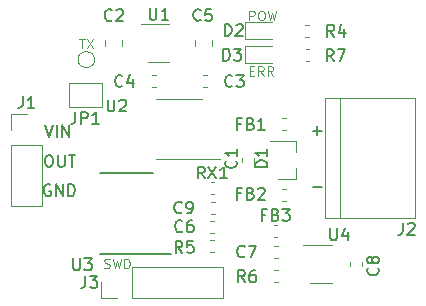
<source format=gto>
G04 #@! TF.GenerationSoftware,KiCad,Pcbnew,(5.1.2)-1*
G04 #@! TF.CreationDate,2022-10-08T12:37:54+09:00*
G04 #@! TF.ProjectId,thamp,7468616d-702e-46b6-9963-61645f706362,v1.2*
G04 #@! TF.SameCoordinates,Original*
G04 #@! TF.FileFunction,Legend,Top*
G04 #@! TF.FilePolarity,Positive*
%FSLAX46Y46*%
G04 Gerber Fmt 4.6, Leading zero omitted, Abs format (unit mm)*
G04 Created by KiCad (PCBNEW (5.1.2)-1) date 2022-10-08 12:37:54*
%MOMM*%
%LPD*%
G04 APERTURE LIST*
%ADD10C,0.120000*%
%ADD11C,0.150000*%
%ADD12C,1.102000*%
%ADD13C,3.302000*%
%ADD14C,0.100000*%
%ADD15C,0.977000*%
%ADD16C,0.300000*%
%ADD17R,1.552000X0.552000*%
%ADD18R,1.162000X0.752000*%
%ADD19C,0.702000*%
%ADD20O,1.802000X1.802000*%
%ADD21R,1.802000X1.802000*%
%ADD22C,3.102000*%
%ADD23R,3.102000X3.102000*%
%ADD24R,1.002000X0.902000*%
%ADD25C,1.077000*%
G04 APERTURE END LIST*
D10*
X126290476Y-102861904D02*
X126747619Y-102861904D01*
X126519047Y-103661904D02*
X126519047Y-102861904D01*
X126938095Y-102861904D02*
X127471428Y-103661904D01*
X127471428Y-102861904D02*
X126938095Y-103661904D01*
X128414285Y-122223809D02*
X128528571Y-122261904D01*
X128719047Y-122261904D01*
X128795238Y-122223809D01*
X128833333Y-122185714D01*
X128871428Y-122109523D01*
X128871428Y-122033333D01*
X128833333Y-121957142D01*
X128795238Y-121919047D01*
X128719047Y-121880952D01*
X128566666Y-121842857D01*
X128490476Y-121804761D01*
X128452380Y-121766666D01*
X128414285Y-121690476D01*
X128414285Y-121614285D01*
X128452380Y-121538095D01*
X128490476Y-121500000D01*
X128566666Y-121461904D01*
X128757142Y-121461904D01*
X128871428Y-121500000D01*
X129138095Y-121461904D02*
X129328571Y-122261904D01*
X129480952Y-121690476D01*
X129633333Y-122261904D01*
X129823809Y-121461904D01*
X130128571Y-122261904D02*
X130128571Y-121461904D01*
X130319047Y-121461904D01*
X130433333Y-121500000D01*
X130509523Y-121576190D01*
X130547619Y-121652380D01*
X130585714Y-121804761D01*
X130585714Y-121919047D01*
X130547619Y-122071428D01*
X130509523Y-122147619D01*
X130433333Y-122223809D01*
X130319047Y-122261904D01*
X130128571Y-122261904D01*
X140728571Y-105542857D02*
X140995238Y-105542857D01*
X141109523Y-105961904D02*
X140728571Y-105961904D01*
X140728571Y-105161904D01*
X141109523Y-105161904D01*
X141909523Y-105961904D02*
X141642857Y-105580952D01*
X141452380Y-105961904D02*
X141452380Y-105161904D01*
X141757142Y-105161904D01*
X141833333Y-105200000D01*
X141871428Y-105238095D01*
X141909523Y-105314285D01*
X141909523Y-105428571D01*
X141871428Y-105504761D01*
X141833333Y-105542857D01*
X141757142Y-105580952D01*
X141452380Y-105580952D01*
X142709523Y-105961904D02*
X142442857Y-105580952D01*
X142252380Y-105961904D02*
X142252380Y-105161904D01*
X142557142Y-105161904D01*
X142633333Y-105200000D01*
X142671428Y-105238095D01*
X142709523Y-105314285D01*
X142709523Y-105428571D01*
X142671428Y-105504761D01*
X142633333Y-105542857D01*
X142557142Y-105580952D01*
X142252380Y-105580952D01*
X140714285Y-101261904D02*
X140714285Y-100461904D01*
X141019047Y-100461904D01*
X141095238Y-100500000D01*
X141133333Y-100538095D01*
X141171428Y-100614285D01*
X141171428Y-100728571D01*
X141133333Y-100804761D01*
X141095238Y-100842857D01*
X141019047Y-100880952D01*
X140714285Y-100880952D01*
X141666666Y-100461904D02*
X141819047Y-100461904D01*
X141895238Y-100500000D01*
X141971428Y-100576190D01*
X142009523Y-100728571D01*
X142009523Y-100995238D01*
X141971428Y-101147619D01*
X141895238Y-101223809D01*
X141819047Y-101261904D01*
X141666666Y-101261904D01*
X141590476Y-101223809D01*
X141514285Y-101147619D01*
X141476190Y-100995238D01*
X141476190Y-100728571D01*
X141514285Y-100576190D01*
X141590476Y-100500000D01*
X141666666Y-100461904D01*
X142276190Y-100461904D02*
X142466666Y-101261904D01*
X142619047Y-100690476D01*
X142771428Y-101261904D01*
X142961904Y-100461904D01*
D11*
X146119047Y-115351428D02*
X146880952Y-115351428D01*
X146069047Y-110641428D02*
X146830952Y-110641428D01*
X146450000Y-111022380D02*
X146450000Y-110260476D01*
X123848095Y-115210000D02*
X123752857Y-115162380D01*
X123610000Y-115162380D01*
X123467142Y-115210000D01*
X123371904Y-115305238D01*
X123324285Y-115400476D01*
X123276666Y-115590952D01*
X123276666Y-115733809D01*
X123324285Y-115924285D01*
X123371904Y-116019523D01*
X123467142Y-116114761D01*
X123610000Y-116162380D01*
X123705238Y-116162380D01*
X123848095Y-116114761D01*
X123895714Y-116067142D01*
X123895714Y-115733809D01*
X123705238Y-115733809D01*
X124324285Y-116162380D02*
X124324285Y-115162380D01*
X124895714Y-116162380D01*
X124895714Y-115162380D01*
X125371904Y-116162380D02*
X125371904Y-115162380D01*
X125610000Y-115162380D01*
X125752857Y-115210000D01*
X125848095Y-115305238D01*
X125895714Y-115400476D01*
X125943333Y-115590952D01*
X125943333Y-115733809D01*
X125895714Y-115924285D01*
X125848095Y-116019523D01*
X125752857Y-116114761D01*
X125610000Y-116162380D01*
X125371904Y-116162380D01*
X123640000Y-112682380D02*
X123830476Y-112682380D01*
X123925714Y-112730000D01*
X124020952Y-112825238D01*
X124068571Y-113015714D01*
X124068571Y-113349047D01*
X124020952Y-113539523D01*
X123925714Y-113634761D01*
X123830476Y-113682380D01*
X123640000Y-113682380D01*
X123544761Y-113634761D01*
X123449523Y-113539523D01*
X123401904Y-113349047D01*
X123401904Y-113015714D01*
X123449523Y-112825238D01*
X123544761Y-112730000D01*
X123640000Y-112682380D01*
X124497142Y-112682380D02*
X124497142Y-113491904D01*
X124544761Y-113587142D01*
X124592380Y-113634761D01*
X124687619Y-113682380D01*
X124878095Y-113682380D01*
X124973333Y-113634761D01*
X125020952Y-113587142D01*
X125068571Y-113491904D01*
X125068571Y-112682380D01*
X125401904Y-112682380D02*
X125973333Y-112682380D01*
X125687619Y-113682380D02*
X125687619Y-112682380D01*
X123374761Y-110172380D02*
X123708095Y-111172380D01*
X124041428Y-110172380D01*
X124374761Y-111172380D02*
X124374761Y-110172380D01*
X124850952Y-111172380D02*
X124850952Y-110172380D01*
X125422380Y-111172380D01*
X125422380Y-110172380D01*
D10*
X127600000Y-104600000D02*
G75*
G03X127600000Y-104600000I-700000J0D01*
G01*
X143075279Y-118590000D02*
X142749721Y-118590000D01*
X143075279Y-119610000D02*
X142749721Y-119610000D01*
X125400000Y-106600000D02*
X128200000Y-106600000D01*
X128200000Y-106600000D02*
X128200000Y-108600000D01*
X128200000Y-108600000D02*
X125400000Y-108600000D01*
X125400000Y-108600000D02*
X125400000Y-106600000D01*
D11*
X134050000Y-121070000D02*
X128075000Y-121070000D01*
X132525000Y-114170000D02*
X128075000Y-114170000D01*
D10*
X137425221Y-115990000D02*
X137750779Y-115990000D01*
X137425221Y-114970000D02*
X137750779Y-114970000D01*
X137435221Y-117650000D02*
X137760779Y-117650000D01*
X137435221Y-116630000D02*
X137760779Y-116630000D01*
X147662000Y-120292000D02*
X145212000Y-120292000D01*
X145862000Y-123512000D02*
X147662000Y-123512000D01*
X134780000Y-113040000D02*
X138230000Y-113040000D01*
X134780000Y-113040000D02*
X132830000Y-113040000D01*
X134780000Y-107920000D02*
X136730000Y-107920000D01*
X134780000Y-107920000D02*
X132830000Y-107920000D01*
X133940000Y-101576000D02*
X131490000Y-101576000D01*
X132140000Y-104796000D02*
X133940000Y-104796000D01*
X145463221Y-104692000D02*
X145788779Y-104692000D01*
X145463221Y-103672000D02*
X145788779Y-103672000D01*
X143088779Y-122408000D02*
X142763221Y-122408000D01*
X143088779Y-123428000D02*
X142763221Y-123428000D01*
X137401221Y-120928000D02*
X137726779Y-120928000D01*
X137401221Y-119908000D02*
X137726779Y-119908000D01*
X145437221Y-102660000D02*
X145762779Y-102660000D01*
X145437221Y-101640000D02*
X145762779Y-101640000D01*
X128160000Y-124790000D02*
X128160000Y-123460000D01*
X129490000Y-124790000D02*
X128160000Y-124790000D01*
X130760000Y-124790000D02*
X130760000Y-122130000D01*
X130760000Y-122130000D02*
X138440000Y-122130000D01*
X130760000Y-124790000D02*
X138440000Y-124790000D01*
X138440000Y-124790000D02*
X138440000Y-122130000D01*
X147120000Y-107850000D02*
X147120000Y-118010000D01*
X154740000Y-107850000D02*
X147120000Y-107850000D01*
X154740000Y-118010000D02*
X154740000Y-107850000D01*
X147120000Y-118010000D02*
X154740000Y-118010000D01*
X148390000Y-118010000D02*
X148390000Y-107850000D01*
X120510000Y-109250000D02*
X121840000Y-109250000D01*
X120510000Y-110580000D02*
X120510000Y-109250000D01*
X120510000Y-111850000D02*
X123170000Y-111850000D01*
X123170000Y-111850000D02*
X123170000Y-116990000D01*
X120510000Y-111850000D02*
X120510000Y-116990000D01*
X120510000Y-116990000D02*
X123170000Y-116990000D01*
X143485221Y-116560000D02*
X143810779Y-116560000D01*
X143485221Y-115540000D02*
X143810779Y-115540000D01*
X143487221Y-110600000D02*
X143812779Y-110600000D01*
X143487221Y-109580000D02*
X143812779Y-109580000D01*
X140305000Y-104917000D02*
X142590000Y-104917000D01*
X140305000Y-103447000D02*
X140305000Y-104917000D01*
X142590000Y-103447000D02*
X140305000Y-103447000D01*
X140331000Y-102885000D02*
X142616000Y-102885000D01*
X140331000Y-101415000D02*
X140331000Y-102885000D01*
X142616000Y-101415000D02*
X140331000Y-101415000D01*
X144616000Y-114680000D02*
X143156000Y-114680000D01*
X144616000Y-111520000D02*
X142456000Y-111520000D01*
X144616000Y-111520000D02*
X144616000Y-112450000D01*
X144616000Y-114680000D02*
X144616000Y-113750000D01*
X149240000Y-121739221D02*
X149240000Y-122064779D01*
X150260000Y-121739221D02*
X150260000Y-122064779D01*
X143088779Y-120376000D02*
X142763221Y-120376000D01*
X143088779Y-121396000D02*
X142763221Y-121396000D01*
X137405221Y-119270000D02*
X137730779Y-119270000D01*
X137405221Y-118250000D02*
X137730779Y-118250000D01*
X136140000Y-102927422D02*
X136140000Y-103444578D01*
X137560000Y-102927422D02*
X137560000Y-103444578D01*
X132764779Y-105910000D02*
X132439221Y-105910000D01*
X132764779Y-106930000D02*
X132439221Y-106930000D01*
X137120779Y-105890000D02*
X136795221Y-105890000D01*
X137120779Y-106910000D02*
X136795221Y-106910000D01*
X128520000Y-102927422D02*
X128520000Y-103444578D01*
X129940000Y-102927422D02*
X129940000Y-103444578D01*
X140070000Y-112915221D02*
X140070000Y-113240779D01*
X141090000Y-112915221D02*
X141090000Y-113240779D01*
D11*
X142066666Y-117728571D02*
X141733333Y-117728571D01*
X141733333Y-118252380D02*
X141733333Y-117252380D01*
X142209523Y-117252380D01*
X142923809Y-117728571D02*
X143066666Y-117776190D01*
X143114285Y-117823809D01*
X143161904Y-117919047D01*
X143161904Y-118061904D01*
X143114285Y-118157142D01*
X143066666Y-118204761D01*
X142971428Y-118252380D01*
X142590476Y-118252380D01*
X142590476Y-117252380D01*
X142923809Y-117252380D01*
X143019047Y-117300000D01*
X143066666Y-117347619D01*
X143114285Y-117442857D01*
X143114285Y-117538095D01*
X143066666Y-117633333D01*
X143019047Y-117680952D01*
X142923809Y-117728571D01*
X142590476Y-117728571D01*
X143495238Y-117252380D02*
X144114285Y-117252380D01*
X143780952Y-117633333D01*
X143923809Y-117633333D01*
X144019047Y-117680952D01*
X144066666Y-117728571D01*
X144114285Y-117823809D01*
X144114285Y-118061904D01*
X144066666Y-118157142D01*
X144019047Y-118204761D01*
X143923809Y-118252380D01*
X143638095Y-118252380D01*
X143542857Y-118204761D01*
X143495238Y-118157142D01*
X125966666Y-109052380D02*
X125966666Y-109766666D01*
X125919047Y-109909523D01*
X125823809Y-110004761D01*
X125680952Y-110052380D01*
X125585714Y-110052380D01*
X126442857Y-110052380D02*
X126442857Y-109052380D01*
X126823809Y-109052380D01*
X126919047Y-109100000D01*
X126966666Y-109147619D01*
X127014285Y-109242857D01*
X127014285Y-109385714D01*
X126966666Y-109480952D01*
X126919047Y-109528571D01*
X126823809Y-109576190D01*
X126442857Y-109576190D01*
X127966666Y-110052380D02*
X127395238Y-110052380D01*
X127680952Y-110052380D02*
X127680952Y-109052380D01*
X127585714Y-109195238D01*
X127490476Y-109290476D01*
X127395238Y-109338095D01*
X125778095Y-121432380D02*
X125778095Y-122241904D01*
X125825714Y-122337142D01*
X125873333Y-122384761D01*
X125968571Y-122432380D01*
X126159047Y-122432380D01*
X126254285Y-122384761D01*
X126301904Y-122337142D01*
X126349523Y-122241904D01*
X126349523Y-121432380D01*
X126730476Y-121432380D02*
X127349523Y-121432380D01*
X127016190Y-121813333D01*
X127159047Y-121813333D01*
X127254285Y-121860952D01*
X127301904Y-121908571D01*
X127349523Y-122003809D01*
X127349523Y-122241904D01*
X127301904Y-122337142D01*
X127254285Y-122384761D01*
X127159047Y-122432380D01*
X126873333Y-122432380D01*
X126778095Y-122384761D01*
X126730476Y-122337142D01*
X136907642Y-114662380D02*
X136574309Y-114186190D01*
X136336214Y-114662380D02*
X136336214Y-113662380D01*
X136717166Y-113662380D01*
X136812404Y-113710000D01*
X136860023Y-113757619D01*
X136907642Y-113852857D01*
X136907642Y-113995714D01*
X136860023Y-114090952D01*
X136812404Y-114138571D01*
X136717166Y-114186190D01*
X136336214Y-114186190D01*
X137240976Y-113662380D02*
X137907642Y-114662380D01*
X137907642Y-113662380D02*
X137240976Y-114662380D01*
X138812404Y-114662380D02*
X138240976Y-114662380D01*
X138526690Y-114662380D02*
X138526690Y-113662380D01*
X138431452Y-113805238D01*
X138336214Y-113900476D01*
X138240976Y-113948095D01*
X134983833Y-117537142D02*
X134936214Y-117584761D01*
X134793357Y-117632380D01*
X134698119Y-117632380D01*
X134555261Y-117584761D01*
X134460023Y-117489523D01*
X134412404Y-117394285D01*
X134364785Y-117203809D01*
X134364785Y-117060952D01*
X134412404Y-116870476D01*
X134460023Y-116775238D01*
X134555261Y-116680000D01*
X134698119Y-116632380D01*
X134793357Y-116632380D01*
X134936214Y-116680000D01*
X134983833Y-116727619D01*
X135460023Y-117632380D02*
X135650500Y-117632380D01*
X135745738Y-117584761D01*
X135793357Y-117537142D01*
X135888595Y-117394285D01*
X135936214Y-117203809D01*
X135936214Y-116822857D01*
X135888595Y-116727619D01*
X135840976Y-116680000D01*
X135745738Y-116632380D01*
X135555261Y-116632380D01*
X135460023Y-116680000D01*
X135412404Y-116727619D01*
X135364785Y-116822857D01*
X135364785Y-117060952D01*
X135412404Y-117156190D01*
X135460023Y-117203809D01*
X135555261Y-117251428D01*
X135745738Y-117251428D01*
X135840976Y-117203809D01*
X135888595Y-117156190D01*
X135936214Y-117060952D01*
X147538095Y-118902380D02*
X147538095Y-119711904D01*
X147585714Y-119807142D01*
X147633333Y-119854761D01*
X147728571Y-119902380D01*
X147919047Y-119902380D01*
X148014285Y-119854761D01*
X148061904Y-119807142D01*
X148109523Y-119711904D01*
X148109523Y-118902380D01*
X149014285Y-119235714D02*
X149014285Y-119902380D01*
X148776190Y-118854761D02*
X148538095Y-119569047D01*
X149157142Y-119569047D01*
X128708095Y-107992380D02*
X128708095Y-108801904D01*
X128755714Y-108897142D01*
X128803333Y-108944761D01*
X128898571Y-108992380D01*
X129089047Y-108992380D01*
X129184285Y-108944761D01*
X129231904Y-108897142D01*
X129279523Y-108801904D01*
X129279523Y-107992380D01*
X129708095Y-108087619D02*
X129755714Y-108040000D01*
X129850952Y-107992380D01*
X130089047Y-107992380D01*
X130184285Y-108040000D01*
X130231904Y-108087619D01*
X130279523Y-108182857D01*
X130279523Y-108278095D01*
X130231904Y-108420952D01*
X129660476Y-108992380D01*
X130279523Y-108992380D01*
X132268095Y-100242380D02*
X132268095Y-101051904D01*
X132315714Y-101147142D01*
X132363333Y-101194761D01*
X132458571Y-101242380D01*
X132649047Y-101242380D01*
X132744285Y-101194761D01*
X132791904Y-101147142D01*
X132839523Y-101051904D01*
X132839523Y-100242380D01*
X133839523Y-101242380D02*
X133268095Y-101242380D01*
X133553809Y-101242380D02*
X133553809Y-100242380D01*
X133458571Y-100385238D01*
X133363333Y-100480476D01*
X133268095Y-100528095D01*
X147833833Y-104742380D02*
X147500500Y-104266190D01*
X147262404Y-104742380D02*
X147262404Y-103742380D01*
X147643357Y-103742380D01*
X147738595Y-103790000D01*
X147786214Y-103837619D01*
X147833833Y-103932857D01*
X147833833Y-104075714D01*
X147786214Y-104170952D01*
X147738595Y-104218571D01*
X147643357Y-104266190D01*
X147262404Y-104266190D01*
X148167166Y-103742380D02*
X148833833Y-103742380D01*
X148405261Y-104742380D01*
X140323333Y-123442380D02*
X139990000Y-122966190D01*
X139751904Y-123442380D02*
X139751904Y-122442380D01*
X140132857Y-122442380D01*
X140228095Y-122490000D01*
X140275714Y-122537619D01*
X140323333Y-122632857D01*
X140323333Y-122775714D01*
X140275714Y-122870952D01*
X140228095Y-122918571D01*
X140132857Y-122966190D01*
X139751904Y-122966190D01*
X141180476Y-122442380D02*
X140990000Y-122442380D01*
X140894761Y-122490000D01*
X140847142Y-122537619D01*
X140751904Y-122680476D01*
X140704285Y-122870952D01*
X140704285Y-123251904D01*
X140751904Y-123347142D01*
X140799523Y-123394761D01*
X140894761Y-123442380D01*
X141085238Y-123442380D01*
X141180476Y-123394761D01*
X141228095Y-123347142D01*
X141275714Y-123251904D01*
X141275714Y-123013809D01*
X141228095Y-122918571D01*
X141180476Y-122870952D01*
X141085238Y-122823333D01*
X140894761Y-122823333D01*
X140799523Y-122870952D01*
X140751904Y-122918571D01*
X140704285Y-123013809D01*
X135033333Y-120962380D02*
X134700000Y-120486190D01*
X134461904Y-120962380D02*
X134461904Y-119962380D01*
X134842857Y-119962380D01*
X134938095Y-120010000D01*
X134985714Y-120057619D01*
X135033333Y-120152857D01*
X135033333Y-120295714D01*
X134985714Y-120390952D01*
X134938095Y-120438571D01*
X134842857Y-120486190D01*
X134461904Y-120486190D01*
X135938095Y-119962380D02*
X135461904Y-119962380D01*
X135414285Y-120438571D01*
X135461904Y-120390952D01*
X135557142Y-120343333D01*
X135795238Y-120343333D01*
X135890476Y-120390952D01*
X135938095Y-120438571D01*
X135985714Y-120533809D01*
X135985714Y-120771904D01*
X135938095Y-120867142D01*
X135890476Y-120914761D01*
X135795238Y-120962380D01*
X135557142Y-120962380D01*
X135461904Y-120914761D01*
X135414285Y-120867142D01*
X147883333Y-102662380D02*
X147550000Y-102186190D01*
X147311904Y-102662380D02*
X147311904Y-101662380D01*
X147692857Y-101662380D01*
X147788095Y-101710000D01*
X147835714Y-101757619D01*
X147883333Y-101852857D01*
X147883333Y-101995714D01*
X147835714Y-102090952D01*
X147788095Y-102138571D01*
X147692857Y-102186190D01*
X147311904Y-102186190D01*
X148740476Y-101995714D02*
X148740476Y-102662380D01*
X148502380Y-101614761D02*
X148264285Y-102329047D01*
X148883333Y-102329047D01*
X126826666Y-122912380D02*
X126826666Y-123626666D01*
X126779047Y-123769523D01*
X126683809Y-123864761D01*
X126540952Y-123912380D01*
X126445714Y-123912380D01*
X127207619Y-122912380D02*
X127826666Y-122912380D01*
X127493333Y-123293333D01*
X127636190Y-123293333D01*
X127731428Y-123340952D01*
X127779047Y-123388571D01*
X127826666Y-123483809D01*
X127826666Y-123721904D01*
X127779047Y-123817142D01*
X127731428Y-123864761D01*
X127636190Y-123912380D01*
X127350476Y-123912380D01*
X127255238Y-123864761D01*
X127207619Y-123817142D01*
X153706666Y-118422380D02*
X153706666Y-119136666D01*
X153659047Y-119279523D01*
X153563809Y-119374761D01*
X153420952Y-119422380D01*
X153325714Y-119422380D01*
X154135238Y-118517619D02*
X154182857Y-118470000D01*
X154278095Y-118422380D01*
X154516190Y-118422380D01*
X154611428Y-118470000D01*
X154659047Y-118517619D01*
X154706666Y-118612857D01*
X154706666Y-118708095D01*
X154659047Y-118850952D01*
X154087619Y-119422380D01*
X154706666Y-119422380D01*
X121506666Y-107702380D02*
X121506666Y-108416666D01*
X121459047Y-108559523D01*
X121363809Y-108654761D01*
X121220952Y-108702380D01*
X121125714Y-108702380D01*
X122506666Y-108702380D02*
X121935238Y-108702380D01*
X122220952Y-108702380D02*
X122220952Y-107702380D01*
X122125714Y-107845238D01*
X122030476Y-107940476D01*
X121935238Y-107988095D01*
X139966666Y-115928571D02*
X139633333Y-115928571D01*
X139633333Y-116452380D02*
X139633333Y-115452380D01*
X140109523Y-115452380D01*
X140823809Y-115928571D02*
X140966666Y-115976190D01*
X141014285Y-116023809D01*
X141061904Y-116119047D01*
X141061904Y-116261904D01*
X141014285Y-116357142D01*
X140966666Y-116404761D01*
X140871428Y-116452380D01*
X140490476Y-116452380D01*
X140490476Y-115452380D01*
X140823809Y-115452380D01*
X140919047Y-115500000D01*
X140966666Y-115547619D01*
X141014285Y-115642857D01*
X141014285Y-115738095D01*
X140966666Y-115833333D01*
X140919047Y-115880952D01*
X140823809Y-115928571D01*
X140490476Y-115928571D01*
X141442857Y-115547619D02*
X141490476Y-115500000D01*
X141585714Y-115452380D01*
X141823809Y-115452380D01*
X141919047Y-115500000D01*
X141966666Y-115547619D01*
X142014285Y-115642857D01*
X142014285Y-115738095D01*
X141966666Y-115880952D01*
X141395238Y-116452380D01*
X142014285Y-116452380D01*
X139966666Y-110028571D02*
X139633333Y-110028571D01*
X139633333Y-110552380D02*
X139633333Y-109552380D01*
X140109523Y-109552380D01*
X140823809Y-110028571D02*
X140966666Y-110076190D01*
X141014285Y-110123809D01*
X141061904Y-110219047D01*
X141061904Y-110361904D01*
X141014285Y-110457142D01*
X140966666Y-110504761D01*
X140871428Y-110552380D01*
X140490476Y-110552380D01*
X140490476Y-109552380D01*
X140823809Y-109552380D01*
X140919047Y-109600000D01*
X140966666Y-109647619D01*
X141014285Y-109742857D01*
X141014285Y-109838095D01*
X140966666Y-109933333D01*
X140919047Y-109980952D01*
X140823809Y-110028571D01*
X140490476Y-110028571D01*
X142014285Y-110552380D02*
X141442857Y-110552380D01*
X141728571Y-110552380D02*
X141728571Y-109552380D01*
X141633333Y-109695238D01*
X141538095Y-109790476D01*
X141442857Y-109838095D01*
X138491904Y-104692380D02*
X138491904Y-103692380D01*
X138730000Y-103692380D01*
X138872857Y-103740000D01*
X138968095Y-103835238D01*
X139015714Y-103930476D01*
X139063333Y-104120952D01*
X139063333Y-104263809D01*
X139015714Y-104454285D01*
X138968095Y-104549523D01*
X138872857Y-104644761D01*
X138730000Y-104692380D01*
X138491904Y-104692380D01*
X139396666Y-103692380D02*
X140015714Y-103692380D01*
X139682380Y-104073333D01*
X139825238Y-104073333D01*
X139920476Y-104120952D01*
X139968095Y-104168571D01*
X140015714Y-104263809D01*
X140015714Y-104501904D01*
X139968095Y-104597142D01*
X139920476Y-104644761D01*
X139825238Y-104692380D01*
X139539523Y-104692380D01*
X139444285Y-104644761D01*
X139396666Y-104597142D01*
X138622404Y-102602380D02*
X138622404Y-101602380D01*
X138860500Y-101602380D01*
X139003357Y-101650000D01*
X139098595Y-101745238D01*
X139146214Y-101840476D01*
X139193833Y-102030952D01*
X139193833Y-102173809D01*
X139146214Y-102364285D01*
X139098595Y-102459523D01*
X139003357Y-102554761D01*
X138860500Y-102602380D01*
X138622404Y-102602380D01*
X139574785Y-101697619D02*
X139622404Y-101650000D01*
X139717642Y-101602380D01*
X139955738Y-101602380D01*
X140050976Y-101650000D01*
X140098595Y-101697619D01*
X140146214Y-101792857D01*
X140146214Y-101888095D01*
X140098595Y-102030952D01*
X139527166Y-102602380D01*
X140146214Y-102602380D01*
X142222380Y-113718095D02*
X141222380Y-113718095D01*
X141222380Y-113480000D01*
X141270000Y-113337142D01*
X141365238Y-113241904D01*
X141460476Y-113194285D01*
X141650952Y-113146666D01*
X141793809Y-113146666D01*
X141984285Y-113194285D01*
X142079523Y-113241904D01*
X142174761Y-113337142D01*
X142222380Y-113480000D01*
X142222380Y-113718095D01*
X142222380Y-112194285D02*
X142222380Y-112765714D01*
X142222380Y-112480000D02*
X141222380Y-112480000D01*
X141365238Y-112575238D01*
X141460476Y-112670476D01*
X141508095Y-112765714D01*
X151571142Y-122242166D02*
X151618761Y-122289785D01*
X151666380Y-122432642D01*
X151666380Y-122527880D01*
X151618761Y-122670738D01*
X151523523Y-122765976D01*
X151428285Y-122813595D01*
X151237809Y-122861214D01*
X151094952Y-122861214D01*
X150904476Y-122813595D01*
X150809238Y-122765976D01*
X150714000Y-122670738D01*
X150666380Y-122527880D01*
X150666380Y-122432642D01*
X150714000Y-122289785D01*
X150761619Y-122242166D01*
X151094952Y-121670738D02*
X151047333Y-121765976D01*
X150999714Y-121813595D01*
X150904476Y-121861214D01*
X150856857Y-121861214D01*
X150761619Y-121813595D01*
X150714000Y-121765976D01*
X150666380Y-121670738D01*
X150666380Y-121480261D01*
X150714000Y-121385023D01*
X150761619Y-121337404D01*
X150856857Y-121289785D01*
X150904476Y-121289785D01*
X150999714Y-121337404D01*
X151047333Y-121385023D01*
X151094952Y-121480261D01*
X151094952Y-121670738D01*
X151142571Y-121765976D01*
X151190190Y-121813595D01*
X151285428Y-121861214D01*
X151475904Y-121861214D01*
X151571142Y-121813595D01*
X151618761Y-121765976D01*
X151666380Y-121670738D01*
X151666380Y-121480261D01*
X151618761Y-121385023D01*
X151571142Y-121337404D01*
X151475904Y-121289785D01*
X151285428Y-121289785D01*
X151190190Y-121337404D01*
X151142571Y-121385023D01*
X151094952Y-121480261D01*
X140303333Y-121257142D02*
X140255714Y-121304761D01*
X140112857Y-121352380D01*
X140017619Y-121352380D01*
X139874761Y-121304761D01*
X139779523Y-121209523D01*
X139731904Y-121114285D01*
X139684285Y-120923809D01*
X139684285Y-120780952D01*
X139731904Y-120590476D01*
X139779523Y-120495238D01*
X139874761Y-120400000D01*
X140017619Y-120352380D01*
X140112857Y-120352380D01*
X140255714Y-120400000D01*
X140303333Y-120447619D01*
X140636666Y-120352380D02*
X141303333Y-120352380D01*
X140874761Y-121352380D01*
X135029333Y-119121142D02*
X134981714Y-119168761D01*
X134838857Y-119216380D01*
X134743619Y-119216380D01*
X134600761Y-119168761D01*
X134505523Y-119073523D01*
X134457904Y-118978285D01*
X134410285Y-118787809D01*
X134410285Y-118644952D01*
X134457904Y-118454476D01*
X134505523Y-118359238D01*
X134600761Y-118264000D01*
X134743619Y-118216380D01*
X134838857Y-118216380D01*
X134981714Y-118264000D01*
X135029333Y-118311619D01*
X135886476Y-118216380D02*
X135696000Y-118216380D01*
X135600761Y-118264000D01*
X135553142Y-118311619D01*
X135457904Y-118454476D01*
X135410285Y-118644952D01*
X135410285Y-119025904D01*
X135457904Y-119121142D01*
X135505523Y-119168761D01*
X135600761Y-119216380D01*
X135791238Y-119216380D01*
X135886476Y-119168761D01*
X135934095Y-119121142D01*
X135981714Y-119025904D01*
X135981714Y-118787809D01*
X135934095Y-118692571D01*
X135886476Y-118644952D01*
X135791238Y-118597333D01*
X135600761Y-118597333D01*
X135505523Y-118644952D01*
X135457904Y-118692571D01*
X135410285Y-118787809D01*
X136583333Y-101237142D02*
X136535714Y-101284761D01*
X136392857Y-101332380D01*
X136297619Y-101332380D01*
X136154761Y-101284761D01*
X136059523Y-101189523D01*
X136011904Y-101094285D01*
X135964285Y-100903809D01*
X135964285Y-100760952D01*
X136011904Y-100570476D01*
X136059523Y-100475238D01*
X136154761Y-100380000D01*
X136297619Y-100332380D01*
X136392857Y-100332380D01*
X136535714Y-100380000D01*
X136583333Y-100427619D01*
X137488095Y-100332380D02*
X137011904Y-100332380D01*
X136964285Y-100808571D01*
X137011904Y-100760952D01*
X137107142Y-100713333D01*
X137345238Y-100713333D01*
X137440476Y-100760952D01*
X137488095Y-100808571D01*
X137535714Y-100903809D01*
X137535714Y-101141904D01*
X137488095Y-101237142D01*
X137440476Y-101284761D01*
X137345238Y-101332380D01*
X137107142Y-101332380D01*
X137011904Y-101284761D01*
X136964285Y-101237142D01*
X129952833Y-106817142D02*
X129905214Y-106864761D01*
X129762357Y-106912380D01*
X129667119Y-106912380D01*
X129524261Y-106864761D01*
X129429023Y-106769523D01*
X129381404Y-106674285D01*
X129333785Y-106483809D01*
X129333785Y-106340952D01*
X129381404Y-106150476D01*
X129429023Y-106055238D01*
X129524261Y-105960000D01*
X129667119Y-105912380D01*
X129762357Y-105912380D01*
X129905214Y-105960000D01*
X129952833Y-106007619D01*
X130809976Y-106245714D02*
X130809976Y-106912380D01*
X130571880Y-105864761D02*
X130333785Y-106579047D01*
X130952833Y-106579047D01*
X139258833Y-106817142D02*
X139211214Y-106864761D01*
X139068357Y-106912380D01*
X138973119Y-106912380D01*
X138830261Y-106864761D01*
X138735023Y-106769523D01*
X138687404Y-106674285D01*
X138639785Y-106483809D01*
X138639785Y-106340952D01*
X138687404Y-106150476D01*
X138735023Y-106055238D01*
X138830261Y-105960000D01*
X138973119Y-105912380D01*
X139068357Y-105912380D01*
X139211214Y-105960000D01*
X139258833Y-106007619D01*
X139592166Y-105912380D02*
X140211214Y-105912380D01*
X139877880Y-106293333D01*
X140020738Y-106293333D01*
X140115976Y-106340952D01*
X140163595Y-106388571D01*
X140211214Y-106483809D01*
X140211214Y-106721904D01*
X140163595Y-106817142D01*
X140115976Y-106864761D01*
X140020738Y-106912380D01*
X139735023Y-106912380D01*
X139639785Y-106864761D01*
X139592166Y-106817142D01*
X129063333Y-101257142D02*
X129015714Y-101304761D01*
X128872857Y-101352380D01*
X128777619Y-101352380D01*
X128634761Y-101304761D01*
X128539523Y-101209523D01*
X128491904Y-101114285D01*
X128444285Y-100923809D01*
X128444285Y-100780952D01*
X128491904Y-100590476D01*
X128539523Y-100495238D01*
X128634761Y-100400000D01*
X128777619Y-100352380D01*
X128872857Y-100352380D01*
X129015714Y-100400000D01*
X129063333Y-100447619D01*
X129444285Y-100447619D02*
X129491904Y-100400000D01*
X129587142Y-100352380D01*
X129825238Y-100352380D01*
X129920476Y-100400000D01*
X129968095Y-100447619D01*
X130015714Y-100542857D01*
X130015714Y-100638095D01*
X129968095Y-100780952D01*
X129396666Y-101352380D01*
X130015714Y-101352380D01*
X139557142Y-113166666D02*
X139604761Y-113214285D01*
X139652380Y-113357142D01*
X139652380Y-113452380D01*
X139604761Y-113595238D01*
X139509523Y-113690476D01*
X139414285Y-113738095D01*
X139223809Y-113785714D01*
X139080952Y-113785714D01*
X138890476Y-113738095D01*
X138795238Y-113690476D01*
X138700000Y-113595238D01*
X138652380Y-113452380D01*
X138652380Y-113357142D01*
X138700000Y-113214285D01*
X138747619Y-113166666D01*
X139652380Y-112214285D02*
X139652380Y-112785714D01*
X139652380Y-112500000D02*
X138652380Y-112500000D01*
X138795238Y-112595238D01*
X138890476Y-112690476D01*
X138938095Y-112785714D01*
%LPC*%
D12*
X126900000Y-104600000D03*
D13*
X123000000Y-103000000D03*
X123000000Y-122000000D03*
D14*
G36*
X142393191Y-118575176D02*
G01*
X142416901Y-118578693D01*
X142440152Y-118584517D01*
X142462720Y-118592592D01*
X142484389Y-118602841D01*
X142504948Y-118615164D01*
X142524201Y-118629442D01*
X142541961Y-118645539D01*
X142558058Y-118663299D01*
X142572336Y-118682552D01*
X142584659Y-118703111D01*
X142594908Y-118724780D01*
X142602983Y-118747348D01*
X142608807Y-118770599D01*
X142612324Y-118794309D01*
X142613500Y-118818250D01*
X142613500Y-119381750D01*
X142612324Y-119405691D01*
X142608807Y-119429401D01*
X142602983Y-119452652D01*
X142594908Y-119475220D01*
X142584659Y-119496889D01*
X142572336Y-119517448D01*
X142558058Y-119536701D01*
X142541961Y-119554461D01*
X142524201Y-119570558D01*
X142504948Y-119584836D01*
X142484389Y-119597159D01*
X142462720Y-119607408D01*
X142440152Y-119615483D01*
X142416901Y-119621307D01*
X142393191Y-119624824D01*
X142369250Y-119626000D01*
X141880750Y-119626000D01*
X141856809Y-119624824D01*
X141833099Y-119621307D01*
X141809848Y-119615483D01*
X141787280Y-119607408D01*
X141765611Y-119597159D01*
X141745052Y-119584836D01*
X141725799Y-119570558D01*
X141708039Y-119554461D01*
X141691942Y-119536701D01*
X141677664Y-119517448D01*
X141665341Y-119496889D01*
X141655092Y-119475220D01*
X141647017Y-119452652D01*
X141641193Y-119429401D01*
X141637676Y-119405691D01*
X141636500Y-119381750D01*
X141636500Y-118818250D01*
X141637676Y-118794309D01*
X141641193Y-118770599D01*
X141647017Y-118747348D01*
X141655092Y-118724780D01*
X141665341Y-118703111D01*
X141677664Y-118682552D01*
X141691942Y-118663299D01*
X141708039Y-118645539D01*
X141725799Y-118629442D01*
X141745052Y-118615164D01*
X141765611Y-118602841D01*
X141787280Y-118592592D01*
X141809848Y-118584517D01*
X141833099Y-118578693D01*
X141856809Y-118575176D01*
X141880750Y-118574000D01*
X142369250Y-118574000D01*
X142393191Y-118575176D01*
X142393191Y-118575176D01*
G37*
D15*
X142125000Y-119100000D03*
D14*
G36*
X143968191Y-118575176D02*
G01*
X143991901Y-118578693D01*
X144015152Y-118584517D01*
X144037720Y-118592592D01*
X144059389Y-118602841D01*
X144079948Y-118615164D01*
X144099201Y-118629442D01*
X144116961Y-118645539D01*
X144133058Y-118663299D01*
X144147336Y-118682552D01*
X144159659Y-118703111D01*
X144169908Y-118724780D01*
X144177983Y-118747348D01*
X144183807Y-118770599D01*
X144187324Y-118794309D01*
X144188500Y-118818250D01*
X144188500Y-119381750D01*
X144187324Y-119405691D01*
X144183807Y-119429401D01*
X144177983Y-119452652D01*
X144169908Y-119475220D01*
X144159659Y-119496889D01*
X144147336Y-119517448D01*
X144133058Y-119536701D01*
X144116961Y-119554461D01*
X144099201Y-119570558D01*
X144079948Y-119584836D01*
X144059389Y-119597159D01*
X144037720Y-119607408D01*
X144015152Y-119615483D01*
X143991901Y-119621307D01*
X143968191Y-119624824D01*
X143944250Y-119626000D01*
X143455750Y-119626000D01*
X143431809Y-119624824D01*
X143408099Y-119621307D01*
X143384848Y-119615483D01*
X143362280Y-119607408D01*
X143340611Y-119597159D01*
X143320052Y-119584836D01*
X143300799Y-119570558D01*
X143283039Y-119554461D01*
X143266942Y-119536701D01*
X143252664Y-119517448D01*
X143240341Y-119496889D01*
X143230092Y-119475220D01*
X143222017Y-119452652D01*
X143216193Y-119429401D01*
X143212676Y-119405691D01*
X143211500Y-119381750D01*
X143211500Y-118818250D01*
X143212676Y-118794309D01*
X143216193Y-118770599D01*
X143222017Y-118747348D01*
X143230092Y-118724780D01*
X143240341Y-118703111D01*
X143252664Y-118682552D01*
X143266942Y-118663299D01*
X143283039Y-118645539D01*
X143300799Y-118629442D01*
X143320052Y-118615164D01*
X143340611Y-118602841D01*
X143362280Y-118592592D01*
X143384848Y-118584517D01*
X143408099Y-118578693D01*
X143431809Y-118575176D01*
X143455750Y-118574000D01*
X143944250Y-118574000D01*
X143968191Y-118575176D01*
X143968191Y-118575176D01*
G37*
D15*
X143700000Y-119100000D03*
D16*
X126075000Y-107600000D03*
D14*
G36*
X126584950Y-106799980D02*
G01*
X126594517Y-106802882D01*
X126603334Y-106807595D01*
X126611062Y-106813938D01*
X126617435Y-106821710D01*
X127117435Y-107571710D01*
X127122138Y-107580532D01*
X127125030Y-107590103D01*
X127126000Y-107600053D01*
X127125010Y-107610002D01*
X127122097Y-107619566D01*
X127117435Y-107628290D01*
X126617435Y-108378290D01*
X126611100Y-108386025D01*
X126603378Y-108392375D01*
X126594566Y-108397097D01*
X126585002Y-108400010D01*
X126575000Y-108401000D01*
X125575000Y-108401000D01*
X125565050Y-108400020D01*
X125555483Y-108397118D01*
X125546666Y-108392405D01*
X125538938Y-108386062D01*
X125532595Y-108378334D01*
X125527882Y-108369517D01*
X125524980Y-108359950D01*
X125524000Y-108350000D01*
X125524000Y-106850000D01*
X125524980Y-106840050D01*
X125527882Y-106830483D01*
X125532595Y-106821666D01*
X125538938Y-106813938D01*
X125546666Y-106807595D01*
X125555483Y-106802882D01*
X125565050Y-106799980D01*
X125575000Y-106799000D01*
X126575000Y-106799000D01*
X126584950Y-106799980D01*
X126584950Y-106799980D01*
G37*
D16*
X127525000Y-107600000D03*
D14*
G36*
X128034950Y-106799980D02*
G01*
X128044517Y-106802882D01*
X128053334Y-106807595D01*
X128061062Y-106813938D01*
X128067405Y-106821666D01*
X128072118Y-106830483D01*
X128075020Y-106840050D01*
X128076000Y-106850000D01*
X128076000Y-108350000D01*
X128075020Y-108359950D01*
X128072118Y-108369517D01*
X128067405Y-108378334D01*
X128061062Y-108386062D01*
X128053334Y-108392405D01*
X128044517Y-108397118D01*
X128034950Y-108400020D01*
X128025000Y-108401000D01*
X126875000Y-108401000D01*
X126865050Y-108400020D01*
X126855483Y-108397118D01*
X126846666Y-108392405D01*
X126838938Y-108386062D01*
X126832595Y-108378334D01*
X126827882Y-108369517D01*
X126824980Y-108359950D01*
X126824000Y-108350000D01*
X126824980Y-108340050D01*
X126827882Y-108330483D01*
X126832565Y-108321710D01*
X127313705Y-107600000D01*
X126832565Y-106878290D01*
X126827862Y-106869468D01*
X126824970Y-106859897D01*
X126824000Y-106849947D01*
X126824990Y-106839998D01*
X126827903Y-106830434D01*
X126832625Y-106821622D01*
X126838975Y-106813900D01*
X126846710Y-106807565D01*
X126855532Y-106802862D01*
X126865103Y-106799970D01*
X126875000Y-106799000D01*
X128025000Y-106799000D01*
X128034950Y-106799980D01*
X128034950Y-106799980D01*
G37*
D17*
X127350000Y-120545000D03*
X127350000Y-119895000D03*
X127350000Y-119245000D03*
X127350000Y-118595000D03*
X127350000Y-117945000D03*
X127350000Y-117295000D03*
X127350000Y-116645000D03*
X127350000Y-115995000D03*
X127350000Y-115345000D03*
X127350000Y-114695000D03*
X133250000Y-114695000D03*
X133250000Y-115345000D03*
X133250000Y-115995000D03*
X133250000Y-116645000D03*
X133250000Y-117295000D03*
X133250000Y-117945000D03*
X133250000Y-118595000D03*
X133250000Y-119245000D03*
X133250000Y-119895000D03*
X133250000Y-120545000D03*
D14*
G36*
X138643691Y-114955176D02*
G01*
X138667401Y-114958693D01*
X138690652Y-114964517D01*
X138713220Y-114972592D01*
X138734889Y-114982841D01*
X138755448Y-114995164D01*
X138774701Y-115009442D01*
X138792461Y-115025539D01*
X138808558Y-115043299D01*
X138822836Y-115062552D01*
X138835159Y-115083111D01*
X138845408Y-115104780D01*
X138853483Y-115127348D01*
X138859307Y-115150599D01*
X138862824Y-115174309D01*
X138864000Y-115198250D01*
X138864000Y-115761750D01*
X138862824Y-115785691D01*
X138859307Y-115809401D01*
X138853483Y-115832652D01*
X138845408Y-115855220D01*
X138835159Y-115876889D01*
X138822836Y-115897448D01*
X138808558Y-115916701D01*
X138792461Y-115934461D01*
X138774701Y-115950558D01*
X138755448Y-115964836D01*
X138734889Y-115977159D01*
X138713220Y-115987408D01*
X138690652Y-115995483D01*
X138667401Y-116001307D01*
X138643691Y-116004824D01*
X138619750Y-116006000D01*
X138131250Y-116006000D01*
X138107309Y-116004824D01*
X138083599Y-116001307D01*
X138060348Y-115995483D01*
X138037780Y-115987408D01*
X138016111Y-115977159D01*
X137995552Y-115964836D01*
X137976299Y-115950558D01*
X137958539Y-115934461D01*
X137942442Y-115916701D01*
X137928164Y-115897448D01*
X137915841Y-115876889D01*
X137905592Y-115855220D01*
X137897517Y-115832652D01*
X137891693Y-115809401D01*
X137888176Y-115785691D01*
X137887000Y-115761750D01*
X137887000Y-115198250D01*
X137888176Y-115174309D01*
X137891693Y-115150599D01*
X137897517Y-115127348D01*
X137905592Y-115104780D01*
X137915841Y-115083111D01*
X137928164Y-115062552D01*
X137942442Y-115043299D01*
X137958539Y-115025539D01*
X137976299Y-115009442D01*
X137995552Y-114995164D01*
X138016111Y-114982841D01*
X138037780Y-114972592D01*
X138060348Y-114964517D01*
X138083599Y-114958693D01*
X138107309Y-114955176D01*
X138131250Y-114954000D01*
X138619750Y-114954000D01*
X138643691Y-114955176D01*
X138643691Y-114955176D01*
G37*
D15*
X138375500Y-115480000D03*
D14*
G36*
X137068691Y-114955176D02*
G01*
X137092401Y-114958693D01*
X137115652Y-114964517D01*
X137138220Y-114972592D01*
X137159889Y-114982841D01*
X137180448Y-114995164D01*
X137199701Y-115009442D01*
X137217461Y-115025539D01*
X137233558Y-115043299D01*
X137247836Y-115062552D01*
X137260159Y-115083111D01*
X137270408Y-115104780D01*
X137278483Y-115127348D01*
X137284307Y-115150599D01*
X137287824Y-115174309D01*
X137289000Y-115198250D01*
X137289000Y-115761750D01*
X137287824Y-115785691D01*
X137284307Y-115809401D01*
X137278483Y-115832652D01*
X137270408Y-115855220D01*
X137260159Y-115876889D01*
X137247836Y-115897448D01*
X137233558Y-115916701D01*
X137217461Y-115934461D01*
X137199701Y-115950558D01*
X137180448Y-115964836D01*
X137159889Y-115977159D01*
X137138220Y-115987408D01*
X137115652Y-115995483D01*
X137092401Y-116001307D01*
X137068691Y-116004824D01*
X137044750Y-116006000D01*
X136556250Y-116006000D01*
X136532309Y-116004824D01*
X136508599Y-116001307D01*
X136485348Y-115995483D01*
X136462780Y-115987408D01*
X136441111Y-115977159D01*
X136420552Y-115964836D01*
X136401299Y-115950558D01*
X136383539Y-115934461D01*
X136367442Y-115916701D01*
X136353164Y-115897448D01*
X136340841Y-115876889D01*
X136330592Y-115855220D01*
X136322517Y-115832652D01*
X136316693Y-115809401D01*
X136313176Y-115785691D01*
X136312000Y-115761750D01*
X136312000Y-115198250D01*
X136313176Y-115174309D01*
X136316693Y-115150599D01*
X136322517Y-115127348D01*
X136330592Y-115104780D01*
X136340841Y-115083111D01*
X136353164Y-115062552D01*
X136367442Y-115043299D01*
X136383539Y-115025539D01*
X136401299Y-115009442D01*
X136420552Y-114995164D01*
X136441111Y-114982841D01*
X136462780Y-114972592D01*
X136485348Y-114964517D01*
X136508599Y-114958693D01*
X136532309Y-114955176D01*
X136556250Y-114954000D01*
X137044750Y-114954000D01*
X137068691Y-114955176D01*
X137068691Y-114955176D01*
G37*
D15*
X136800500Y-115480000D03*
D14*
G36*
X138653691Y-116615176D02*
G01*
X138677401Y-116618693D01*
X138700652Y-116624517D01*
X138723220Y-116632592D01*
X138744889Y-116642841D01*
X138765448Y-116655164D01*
X138784701Y-116669442D01*
X138802461Y-116685539D01*
X138818558Y-116703299D01*
X138832836Y-116722552D01*
X138845159Y-116743111D01*
X138855408Y-116764780D01*
X138863483Y-116787348D01*
X138869307Y-116810599D01*
X138872824Y-116834309D01*
X138874000Y-116858250D01*
X138874000Y-117421750D01*
X138872824Y-117445691D01*
X138869307Y-117469401D01*
X138863483Y-117492652D01*
X138855408Y-117515220D01*
X138845159Y-117536889D01*
X138832836Y-117557448D01*
X138818558Y-117576701D01*
X138802461Y-117594461D01*
X138784701Y-117610558D01*
X138765448Y-117624836D01*
X138744889Y-117637159D01*
X138723220Y-117647408D01*
X138700652Y-117655483D01*
X138677401Y-117661307D01*
X138653691Y-117664824D01*
X138629750Y-117666000D01*
X138141250Y-117666000D01*
X138117309Y-117664824D01*
X138093599Y-117661307D01*
X138070348Y-117655483D01*
X138047780Y-117647408D01*
X138026111Y-117637159D01*
X138005552Y-117624836D01*
X137986299Y-117610558D01*
X137968539Y-117594461D01*
X137952442Y-117576701D01*
X137938164Y-117557448D01*
X137925841Y-117536889D01*
X137915592Y-117515220D01*
X137907517Y-117492652D01*
X137901693Y-117469401D01*
X137898176Y-117445691D01*
X137897000Y-117421750D01*
X137897000Y-116858250D01*
X137898176Y-116834309D01*
X137901693Y-116810599D01*
X137907517Y-116787348D01*
X137915592Y-116764780D01*
X137925841Y-116743111D01*
X137938164Y-116722552D01*
X137952442Y-116703299D01*
X137968539Y-116685539D01*
X137986299Y-116669442D01*
X138005552Y-116655164D01*
X138026111Y-116642841D01*
X138047780Y-116632592D01*
X138070348Y-116624517D01*
X138093599Y-116618693D01*
X138117309Y-116615176D01*
X138141250Y-116614000D01*
X138629750Y-116614000D01*
X138653691Y-116615176D01*
X138653691Y-116615176D01*
G37*
D15*
X138385500Y-117140000D03*
D14*
G36*
X137078691Y-116615176D02*
G01*
X137102401Y-116618693D01*
X137125652Y-116624517D01*
X137148220Y-116632592D01*
X137169889Y-116642841D01*
X137190448Y-116655164D01*
X137209701Y-116669442D01*
X137227461Y-116685539D01*
X137243558Y-116703299D01*
X137257836Y-116722552D01*
X137270159Y-116743111D01*
X137280408Y-116764780D01*
X137288483Y-116787348D01*
X137294307Y-116810599D01*
X137297824Y-116834309D01*
X137299000Y-116858250D01*
X137299000Y-117421750D01*
X137297824Y-117445691D01*
X137294307Y-117469401D01*
X137288483Y-117492652D01*
X137280408Y-117515220D01*
X137270159Y-117536889D01*
X137257836Y-117557448D01*
X137243558Y-117576701D01*
X137227461Y-117594461D01*
X137209701Y-117610558D01*
X137190448Y-117624836D01*
X137169889Y-117637159D01*
X137148220Y-117647408D01*
X137125652Y-117655483D01*
X137102401Y-117661307D01*
X137078691Y-117664824D01*
X137054750Y-117666000D01*
X136566250Y-117666000D01*
X136542309Y-117664824D01*
X136518599Y-117661307D01*
X136495348Y-117655483D01*
X136472780Y-117647408D01*
X136451111Y-117637159D01*
X136430552Y-117624836D01*
X136411299Y-117610558D01*
X136393539Y-117594461D01*
X136377442Y-117576701D01*
X136363164Y-117557448D01*
X136350841Y-117536889D01*
X136340592Y-117515220D01*
X136332517Y-117492652D01*
X136326693Y-117469401D01*
X136323176Y-117445691D01*
X136322000Y-117421750D01*
X136322000Y-116858250D01*
X136323176Y-116834309D01*
X136326693Y-116810599D01*
X136332517Y-116787348D01*
X136340592Y-116764780D01*
X136350841Y-116743111D01*
X136363164Y-116722552D01*
X136377442Y-116703299D01*
X136393539Y-116685539D01*
X136411299Y-116669442D01*
X136430552Y-116655164D01*
X136451111Y-116642841D01*
X136472780Y-116632592D01*
X136495348Y-116624517D01*
X136518599Y-116618693D01*
X136542309Y-116615176D01*
X136566250Y-116614000D01*
X137054750Y-116614000D01*
X137078691Y-116615176D01*
X137078691Y-116615176D01*
G37*
D15*
X136810500Y-117140000D03*
D18*
X147862000Y-120952000D03*
X147862000Y-122852000D03*
X145662000Y-122852000D03*
X145662000Y-121902000D03*
X145662000Y-120952000D03*
D14*
G36*
X133172702Y-112034845D02*
G01*
X133189738Y-112037372D01*
X133206445Y-112041557D01*
X133222661Y-112047359D01*
X133238230Y-112054723D01*
X133253003Y-112063577D01*
X133266836Y-112073837D01*
X133279597Y-112085403D01*
X133291163Y-112098164D01*
X133301423Y-112111997D01*
X133310277Y-112126770D01*
X133317641Y-112142339D01*
X133323443Y-112158555D01*
X133327628Y-112175262D01*
X133330155Y-112192298D01*
X133331000Y-112209500D01*
X133331000Y-112560500D01*
X133330155Y-112577702D01*
X133327628Y-112594738D01*
X133323443Y-112611445D01*
X133317641Y-112627661D01*
X133310277Y-112643230D01*
X133301423Y-112658003D01*
X133291163Y-112671836D01*
X133279597Y-112684597D01*
X133266836Y-112696163D01*
X133253003Y-112706423D01*
X133238230Y-112715277D01*
X133222661Y-112722641D01*
X133206445Y-112728443D01*
X133189738Y-112732628D01*
X133172702Y-112735155D01*
X133155500Y-112736000D01*
X131454500Y-112736000D01*
X131437298Y-112735155D01*
X131420262Y-112732628D01*
X131403555Y-112728443D01*
X131387339Y-112722641D01*
X131371770Y-112715277D01*
X131356997Y-112706423D01*
X131343164Y-112696163D01*
X131330403Y-112684597D01*
X131318837Y-112671836D01*
X131308577Y-112658003D01*
X131299723Y-112643230D01*
X131292359Y-112627661D01*
X131286557Y-112611445D01*
X131282372Y-112594738D01*
X131279845Y-112577702D01*
X131279000Y-112560500D01*
X131279000Y-112209500D01*
X131279845Y-112192298D01*
X131282372Y-112175262D01*
X131286557Y-112158555D01*
X131292359Y-112142339D01*
X131299723Y-112126770D01*
X131308577Y-112111997D01*
X131318837Y-112098164D01*
X131330403Y-112085403D01*
X131343164Y-112073837D01*
X131356997Y-112063577D01*
X131371770Y-112054723D01*
X131387339Y-112047359D01*
X131403555Y-112041557D01*
X131420262Y-112037372D01*
X131437298Y-112034845D01*
X131454500Y-112034000D01*
X133155500Y-112034000D01*
X133172702Y-112034845D01*
X133172702Y-112034845D01*
G37*
D19*
X132305000Y-112385000D03*
D14*
G36*
X133172702Y-110764845D02*
G01*
X133189738Y-110767372D01*
X133206445Y-110771557D01*
X133222661Y-110777359D01*
X133238230Y-110784723D01*
X133253003Y-110793577D01*
X133266836Y-110803837D01*
X133279597Y-110815403D01*
X133291163Y-110828164D01*
X133301423Y-110841997D01*
X133310277Y-110856770D01*
X133317641Y-110872339D01*
X133323443Y-110888555D01*
X133327628Y-110905262D01*
X133330155Y-110922298D01*
X133331000Y-110939500D01*
X133331000Y-111290500D01*
X133330155Y-111307702D01*
X133327628Y-111324738D01*
X133323443Y-111341445D01*
X133317641Y-111357661D01*
X133310277Y-111373230D01*
X133301423Y-111388003D01*
X133291163Y-111401836D01*
X133279597Y-111414597D01*
X133266836Y-111426163D01*
X133253003Y-111436423D01*
X133238230Y-111445277D01*
X133222661Y-111452641D01*
X133206445Y-111458443D01*
X133189738Y-111462628D01*
X133172702Y-111465155D01*
X133155500Y-111466000D01*
X131454500Y-111466000D01*
X131437298Y-111465155D01*
X131420262Y-111462628D01*
X131403555Y-111458443D01*
X131387339Y-111452641D01*
X131371770Y-111445277D01*
X131356997Y-111436423D01*
X131343164Y-111426163D01*
X131330403Y-111414597D01*
X131318837Y-111401836D01*
X131308577Y-111388003D01*
X131299723Y-111373230D01*
X131292359Y-111357661D01*
X131286557Y-111341445D01*
X131282372Y-111324738D01*
X131279845Y-111307702D01*
X131279000Y-111290500D01*
X131279000Y-110939500D01*
X131279845Y-110922298D01*
X131282372Y-110905262D01*
X131286557Y-110888555D01*
X131292359Y-110872339D01*
X131299723Y-110856770D01*
X131308577Y-110841997D01*
X131318837Y-110828164D01*
X131330403Y-110815403D01*
X131343164Y-110803837D01*
X131356997Y-110793577D01*
X131371770Y-110784723D01*
X131387339Y-110777359D01*
X131403555Y-110771557D01*
X131420262Y-110767372D01*
X131437298Y-110764845D01*
X131454500Y-110764000D01*
X133155500Y-110764000D01*
X133172702Y-110764845D01*
X133172702Y-110764845D01*
G37*
D19*
X132305000Y-111115000D03*
D14*
G36*
X133172702Y-109494845D02*
G01*
X133189738Y-109497372D01*
X133206445Y-109501557D01*
X133222661Y-109507359D01*
X133238230Y-109514723D01*
X133253003Y-109523577D01*
X133266836Y-109533837D01*
X133279597Y-109545403D01*
X133291163Y-109558164D01*
X133301423Y-109571997D01*
X133310277Y-109586770D01*
X133317641Y-109602339D01*
X133323443Y-109618555D01*
X133327628Y-109635262D01*
X133330155Y-109652298D01*
X133331000Y-109669500D01*
X133331000Y-110020500D01*
X133330155Y-110037702D01*
X133327628Y-110054738D01*
X133323443Y-110071445D01*
X133317641Y-110087661D01*
X133310277Y-110103230D01*
X133301423Y-110118003D01*
X133291163Y-110131836D01*
X133279597Y-110144597D01*
X133266836Y-110156163D01*
X133253003Y-110166423D01*
X133238230Y-110175277D01*
X133222661Y-110182641D01*
X133206445Y-110188443D01*
X133189738Y-110192628D01*
X133172702Y-110195155D01*
X133155500Y-110196000D01*
X131454500Y-110196000D01*
X131437298Y-110195155D01*
X131420262Y-110192628D01*
X131403555Y-110188443D01*
X131387339Y-110182641D01*
X131371770Y-110175277D01*
X131356997Y-110166423D01*
X131343164Y-110156163D01*
X131330403Y-110144597D01*
X131318837Y-110131836D01*
X131308577Y-110118003D01*
X131299723Y-110103230D01*
X131292359Y-110087661D01*
X131286557Y-110071445D01*
X131282372Y-110054738D01*
X131279845Y-110037702D01*
X131279000Y-110020500D01*
X131279000Y-109669500D01*
X131279845Y-109652298D01*
X131282372Y-109635262D01*
X131286557Y-109618555D01*
X131292359Y-109602339D01*
X131299723Y-109586770D01*
X131308577Y-109571997D01*
X131318837Y-109558164D01*
X131330403Y-109545403D01*
X131343164Y-109533837D01*
X131356997Y-109523577D01*
X131371770Y-109514723D01*
X131387339Y-109507359D01*
X131403555Y-109501557D01*
X131420262Y-109497372D01*
X131437298Y-109494845D01*
X131454500Y-109494000D01*
X133155500Y-109494000D01*
X133172702Y-109494845D01*
X133172702Y-109494845D01*
G37*
D19*
X132305000Y-109845000D03*
D14*
G36*
X133172702Y-108224845D02*
G01*
X133189738Y-108227372D01*
X133206445Y-108231557D01*
X133222661Y-108237359D01*
X133238230Y-108244723D01*
X133253003Y-108253577D01*
X133266836Y-108263837D01*
X133279597Y-108275403D01*
X133291163Y-108288164D01*
X133301423Y-108301997D01*
X133310277Y-108316770D01*
X133317641Y-108332339D01*
X133323443Y-108348555D01*
X133327628Y-108365262D01*
X133330155Y-108382298D01*
X133331000Y-108399500D01*
X133331000Y-108750500D01*
X133330155Y-108767702D01*
X133327628Y-108784738D01*
X133323443Y-108801445D01*
X133317641Y-108817661D01*
X133310277Y-108833230D01*
X133301423Y-108848003D01*
X133291163Y-108861836D01*
X133279597Y-108874597D01*
X133266836Y-108886163D01*
X133253003Y-108896423D01*
X133238230Y-108905277D01*
X133222661Y-108912641D01*
X133206445Y-108918443D01*
X133189738Y-108922628D01*
X133172702Y-108925155D01*
X133155500Y-108926000D01*
X131454500Y-108926000D01*
X131437298Y-108925155D01*
X131420262Y-108922628D01*
X131403555Y-108918443D01*
X131387339Y-108912641D01*
X131371770Y-108905277D01*
X131356997Y-108896423D01*
X131343164Y-108886163D01*
X131330403Y-108874597D01*
X131318837Y-108861836D01*
X131308577Y-108848003D01*
X131299723Y-108833230D01*
X131292359Y-108817661D01*
X131286557Y-108801445D01*
X131282372Y-108784738D01*
X131279845Y-108767702D01*
X131279000Y-108750500D01*
X131279000Y-108399500D01*
X131279845Y-108382298D01*
X131282372Y-108365262D01*
X131286557Y-108348555D01*
X131292359Y-108332339D01*
X131299723Y-108316770D01*
X131308577Y-108301997D01*
X131318837Y-108288164D01*
X131330403Y-108275403D01*
X131343164Y-108263837D01*
X131356997Y-108253577D01*
X131371770Y-108244723D01*
X131387339Y-108237359D01*
X131403555Y-108231557D01*
X131420262Y-108227372D01*
X131437298Y-108224845D01*
X131454500Y-108224000D01*
X133155500Y-108224000D01*
X133172702Y-108224845D01*
X133172702Y-108224845D01*
G37*
D19*
X132305000Y-108575000D03*
D14*
G36*
X138122702Y-108224845D02*
G01*
X138139738Y-108227372D01*
X138156445Y-108231557D01*
X138172661Y-108237359D01*
X138188230Y-108244723D01*
X138203003Y-108253577D01*
X138216836Y-108263837D01*
X138229597Y-108275403D01*
X138241163Y-108288164D01*
X138251423Y-108301997D01*
X138260277Y-108316770D01*
X138267641Y-108332339D01*
X138273443Y-108348555D01*
X138277628Y-108365262D01*
X138280155Y-108382298D01*
X138281000Y-108399500D01*
X138281000Y-108750500D01*
X138280155Y-108767702D01*
X138277628Y-108784738D01*
X138273443Y-108801445D01*
X138267641Y-108817661D01*
X138260277Y-108833230D01*
X138251423Y-108848003D01*
X138241163Y-108861836D01*
X138229597Y-108874597D01*
X138216836Y-108886163D01*
X138203003Y-108896423D01*
X138188230Y-108905277D01*
X138172661Y-108912641D01*
X138156445Y-108918443D01*
X138139738Y-108922628D01*
X138122702Y-108925155D01*
X138105500Y-108926000D01*
X136404500Y-108926000D01*
X136387298Y-108925155D01*
X136370262Y-108922628D01*
X136353555Y-108918443D01*
X136337339Y-108912641D01*
X136321770Y-108905277D01*
X136306997Y-108896423D01*
X136293164Y-108886163D01*
X136280403Y-108874597D01*
X136268837Y-108861836D01*
X136258577Y-108848003D01*
X136249723Y-108833230D01*
X136242359Y-108817661D01*
X136236557Y-108801445D01*
X136232372Y-108784738D01*
X136229845Y-108767702D01*
X136229000Y-108750500D01*
X136229000Y-108399500D01*
X136229845Y-108382298D01*
X136232372Y-108365262D01*
X136236557Y-108348555D01*
X136242359Y-108332339D01*
X136249723Y-108316770D01*
X136258577Y-108301997D01*
X136268837Y-108288164D01*
X136280403Y-108275403D01*
X136293164Y-108263837D01*
X136306997Y-108253577D01*
X136321770Y-108244723D01*
X136337339Y-108237359D01*
X136353555Y-108231557D01*
X136370262Y-108227372D01*
X136387298Y-108224845D01*
X136404500Y-108224000D01*
X138105500Y-108224000D01*
X138122702Y-108224845D01*
X138122702Y-108224845D01*
G37*
D19*
X137255000Y-108575000D03*
D14*
G36*
X138122702Y-109494845D02*
G01*
X138139738Y-109497372D01*
X138156445Y-109501557D01*
X138172661Y-109507359D01*
X138188230Y-109514723D01*
X138203003Y-109523577D01*
X138216836Y-109533837D01*
X138229597Y-109545403D01*
X138241163Y-109558164D01*
X138251423Y-109571997D01*
X138260277Y-109586770D01*
X138267641Y-109602339D01*
X138273443Y-109618555D01*
X138277628Y-109635262D01*
X138280155Y-109652298D01*
X138281000Y-109669500D01*
X138281000Y-110020500D01*
X138280155Y-110037702D01*
X138277628Y-110054738D01*
X138273443Y-110071445D01*
X138267641Y-110087661D01*
X138260277Y-110103230D01*
X138251423Y-110118003D01*
X138241163Y-110131836D01*
X138229597Y-110144597D01*
X138216836Y-110156163D01*
X138203003Y-110166423D01*
X138188230Y-110175277D01*
X138172661Y-110182641D01*
X138156445Y-110188443D01*
X138139738Y-110192628D01*
X138122702Y-110195155D01*
X138105500Y-110196000D01*
X136404500Y-110196000D01*
X136387298Y-110195155D01*
X136370262Y-110192628D01*
X136353555Y-110188443D01*
X136337339Y-110182641D01*
X136321770Y-110175277D01*
X136306997Y-110166423D01*
X136293164Y-110156163D01*
X136280403Y-110144597D01*
X136268837Y-110131836D01*
X136258577Y-110118003D01*
X136249723Y-110103230D01*
X136242359Y-110087661D01*
X136236557Y-110071445D01*
X136232372Y-110054738D01*
X136229845Y-110037702D01*
X136229000Y-110020500D01*
X136229000Y-109669500D01*
X136229845Y-109652298D01*
X136232372Y-109635262D01*
X136236557Y-109618555D01*
X136242359Y-109602339D01*
X136249723Y-109586770D01*
X136258577Y-109571997D01*
X136268837Y-109558164D01*
X136280403Y-109545403D01*
X136293164Y-109533837D01*
X136306997Y-109523577D01*
X136321770Y-109514723D01*
X136337339Y-109507359D01*
X136353555Y-109501557D01*
X136370262Y-109497372D01*
X136387298Y-109494845D01*
X136404500Y-109494000D01*
X138105500Y-109494000D01*
X138122702Y-109494845D01*
X138122702Y-109494845D01*
G37*
D19*
X137255000Y-109845000D03*
D14*
G36*
X138122702Y-110764845D02*
G01*
X138139738Y-110767372D01*
X138156445Y-110771557D01*
X138172661Y-110777359D01*
X138188230Y-110784723D01*
X138203003Y-110793577D01*
X138216836Y-110803837D01*
X138229597Y-110815403D01*
X138241163Y-110828164D01*
X138251423Y-110841997D01*
X138260277Y-110856770D01*
X138267641Y-110872339D01*
X138273443Y-110888555D01*
X138277628Y-110905262D01*
X138280155Y-110922298D01*
X138281000Y-110939500D01*
X138281000Y-111290500D01*
X138280155Y-111307702D01*
X138277628Y-111324738D01*
X138273443Y-111341445D01*
X138267641Y-111357661D01*
X138260277Y-111373230D01*
X138251423Y-111388003D01*
X138241163Y-111401836D01*
X138229597Y-111414597D01*
X138216836Y-111426163D01*
X138203003Y-111436423D01*
X138188230Y-111445277D01*
X138172661Y-111452641D01*
X138156445Y-111458443D01*
X138139738Y-111462628D01*
X138122702Y-111465155D01*
X138105500Y-111466000D01*
X136404500Y-111466000D01*
X136387298Y-111465155D01*
X136370262Y-111462628D01*
X136353555Y-111458443D01*
X136337339Y-111452641D01*
X136321770Y-111445277D01*
X136306997Y-111436423D01*
X136293164Y-111426163D01*
X136280403Y-111414597D01*
X136268837Y-111401836D01*
X136258577Y-111388003D01*
X136249723Y-111373230D01*
X136242359Y-111357661D01*
X136236557Y-111341445D01*
X136232372Y-111324738D01*
X136229845Y-111307702D01*
X136229000Y-111290500D01*
X136229000Y-110939500D01*
X136229845Y-110922298D01*
X136232372Y-110905262D01*
X136236557Y-110888555D01*
X136242359Y-110872339D01*
X136249723Y-110856770D01*
X136258577Y-110841997D01*
X136268837Y-110828164D01*
X136280403Y-110815403D01*
X136293164Y-110803837D01*
X136306997Y-110793577D01*
X136321770Y-110784723D01*
X136337339Y-110777359D01*
X136353555Y-110771557D01*
X136370262Y-110767372D01*
X136387298Y-110764845D01*
X136404500Y-110764000D01*
X138105500Y-110764000D01*
X138122702Y-110764845D01*
X138122702Y-110764845D01*
G37*
D19*
X137255000Y-111115000D03*
D14*
G36*
X138122702Y-112034845D02*
G01*
X138139738Y-112037372D01*
X138156445Y-112041557D01*
X138172661Y-112047359D01*
X138188230Y-112054723D01*
X138203003Y-112063577D01*
X138216836Y-112073837D01*
X138229597Y-112085403D01*
X138241163Y-112098164D01*
X138251423Y-112111997D01*
X138260277Y-112126770D01*
X138267641Y-112142339D01*
X138273443Y-112158555D01*
X138277628Y-112175262D01*
X138280155Y-112192298D01*
X138281000Y-112209500D01*
X138281000Y-112560500D01*
X138280155Y-112577702D01*
X138277628Y-112594738D01*
X138273443Y-112611445D01*
X138267641Y-112627661D01*
X138260277Y-112643230D01*
X138251423Y-112658003D01*
X138241163Y-112671836D01*
X138229597Y-112684597D01*
X138216836Y-112696163D01*
X138203003Y-112706423D01*
X138188230Y-112715277D01*
X138172661Y-112722641D01*
X138156445Y-112728443D01*
X138139738Y-112732628D01*
X138122702Y-112735155D01*
X138105500Y-112736000D01*
X136404500Y-112736000D01*
X136387298Y-112735155D01*
X136370262Y-112732628D01*
X136353555Y-112728443D01*
X136337339Y-112722641D01*
X136321770Y-112715277D01*
X136306997Y-112706423D01*
X136293164Y-112696163D01*
X136280403Y-112684597D01*
X136268837Y-112671836D01*
X136258577Y-112658003D01*
X136249723Y-112643230D01*
X136242359Y-112627661D01*
X136236557Y-112611445D01*
X136232372Y-112594738D01*
X136229845Y-112577702D01*
X136229000Y-112560500D01*
X136229000Y-112209500D01*
X136229845Y-112192298D01*
X136232372Y-112175262D01*
X136236557Y-112158555D01*
X136242359Y-112142339D01*
X136249723Y-112126770D01*
X136258577Y-112111997D01*
X136268837Y-112098164D01*
X136280403Y-112085403D01*
X136293164Y-112073837D01*
X136306997Y-112063577D01*
X136321770Y-112054723D01*
X136337339Y-112047359D01*
X136353555Y-112041557D01*
X136370262Y-112037372D01*
X136387298Y-112034845D01*
X136404500Y-112034000D01*
X138105500Y-112034000D01*
X138122702Y-112034845D01*
X138122702Y-112034845D01*
G37*
D19*
X137255000Y-112385000D03*
D18*
X134140000Y-102236000D03*
X134140000Y-104136000D03*
X131940000Y-104136000D03*
X131940000Y-103186000D03*
X131940000Y-102236000D03*
D14*
G36*
X146681691Y-103657176D02*
G01*
X146705401Y-103660693D01*
X146728652Y-103666517D01*
X146751220Y-103674592D01*
X146772889Y-103684841D01*
X146793448Y-103697164D01*
X146812701Y-103711442D01*
X146830461Y-103727539D01*
X146846558Y-103745299D01*
X146860836Y-103764552D01*
X146873159Y-103785111D01*
X146883408Y-103806780D01*
X146891483Y-103829348D01*
X146897307Y-103852599D01*
X146900824Y-103876309D01*
X146902000Y-103900250D01*
X146902000Y-104463750D01*
X146900824Y-104487691D01*
X146897307Y-104511401D01*
X146891483Y-104534652D01*
X146883408Y-104557220D01*
X146873159Y-104578889D01*
X146860836Y-104599448D01*
X146846558Y-104618701D01*
X146830461Y-104636461D01*
X146812701Y-104652558D01*
X146793448Y-104666836D01*
X146772889Y-104679159D01*
X146751220Y-104689408D01*
X146728652Y-104697483D01*
X146705401Y-104703307D01*
X146681691Y-104706824D01*
X146657750Y-104708000D01*
X146169250Y-104708000D01*
X146145309Y-104706824D01*
X146121599Y-104703307D01*
X146098348Y-104697483D01*
X146075780Y-104689408D01*
X146054111Y-104679159D01*
X146033552Y-104666836D01*
X146014299Y-104652558D01*
X145996539Y-104636461D01*
X145980442Y-104618701D01*
X145966164Y-104599448D01*
X145953841Y-104578889D01*
X145943592Y-104557220D01*
X145935517Y-104534652D01*
X145929693Y-104511401D01*
X145926176Y-104487691D01*
X145925000Y-104463750D01*
X145925000Y-103900250D01*
X145926176Y-103876309D01*
X145929693Y-103852599D01*
X145935517Y-103829348D01*
X145943592Y-103806780D01*
X145953841Y-103785111D01*
X145966164Y-103764552D01*
X145980442Y-103745299D01*
X145996539Y-103727539D01*
X146014299Y-103711442D01*
X146033552Y-103697164D01*
X146054111Y-103684841D01*
X146075780Y-103674592D01*
X146098348Y-103666517D01*
X146121599Y-103660693D01*
X146145309Y-103657176D01*
X146169250Y-103656000D01*
X146657750Y-103656000D01*
X146681691Y-103657176D01*
X146681691Y-103657176D01*
G37*
D15*
X146413500Y-104182000D03*
D14*
G36*
X145106691Y-103657176D02*
G01*
X145130401Y-103660693D01*
X145153652Y-103666517D01*
X145176220Y-103674592D01*
X145197889Y-103684841D01*
X145218448Y-103697164D01*
X145237701Y-103711442D01*
X145255461Y-103727539D01*
X145271558Y-103745299D01*
X145285836Y-103764552D01*
X145298159Y-103785111D01*
X145308408Y-103806780D01*
X145316483Y-103829348D01*
X145322307Y-103852599D01*
X145325824Y-103876309D01*
X145327000Y-103900250D01*
X145327000Y-104463750D01*
X145325824Y-104487691D01*
X145322307Y-104511401D01*
X145316483Y-104534652D01*
X145308408Y-104557220D01*
X145298159Y-104578889D01*
X145285836Y-104599448D01*
X145271558Y-104618701D01*
X145255461Y-104636461D01*
X145237701Y-104652558D01*
X145218448Y-104666836D01*
X145197889Y-104679159D01*
X145176220Y-104689408D01*
X145153652Y-104697483D01*
X145130401Y-104703307D01*
X145106691Y-104706824D01*
X145082750Y-104708000D01*
X144594250Y-104708000D01*
X144570309Y-104706824D01*
X144546599Y-104703307D01*
X144523348Y-104697483D01*
X144500780Y-104689408D01*
X144479111Y-104679159D01*
X144458552Y-104666836D01*
X144439299Y-104652558D01*
X144421539Y-104636461D01*
X144405442Y-104618701D01*
X144391164Y-104599448D01*
X144378841Y-104578889D01*
X144368592Y-104557220D01*
X144360517Y-104534652D01*
X144354693Y-104511401D01*
X144351176Y-104487691D01*
X144350000Y-104463750D01*
X144350000Y-103900250D01*
X144351176Y-103876309D01*
X144354693Y-103852599D01*
X144360517Y-103829348D01*
X144368592Y-103806780D01*
X144378841Y-103785111D01*
X144391164Y-103764552D01*
X144405442Y-103745299D01*
X144421539Y-103727539D01*
X144439299Y-103711442D01*
X144458552Y-103697164D01*
X144479111Y-103684841D01*
X144500780Y-103674592D01*
X144523348Y-103666517D01*
X144546599Y-103660693D01*
X144570309Y-103657176D01*
X144594250Y-103656000D01*
X145082750Y-103656000D01*
X145106691Y-103657176D01*
X145106691Y-103657176D01*
G37*
D15*
X144838500Y-104182000D03*
D14*
G36*
X142406691Y-122393176D02*
G01*
X142430401Y-122396693D01*
X142453652Y-122402517D01*
X142476220Y-122410592D01*
X142497889Y-122420841D01*
X142518448Y-122433164D01*
X142537701Y-122447442D01*
X142555461Y-122463539D01*
X142571558Y-122481299D01*
X142585836Y-122500552D01*
X142598159Y-122521111D01*
X142608408Y-122542780D01*
X142616483Y-122565348D01*
X142622307Y-122588599D01*
X142625824Y-122612309D01*
X142627000Y-122636250D01*
X142627000Y-123199750D01*
X142625824Y-123223691D01*
X142622307Y-123247401D01*
X142616483Y-123270652D01*
X142608408Y-123293220D01*
X142598159Y-123314889D01*
X142585836Y-123335448D01*
X142571558Y-123354701D01*
X142555461Y-123372461D01*
X142537701Y-123388558D01*
X142518448Y-123402836D01*
X142497889Y-123415159D01*
X142476220Y-123425408D01*
X142453652Y-123433483D01*
X142430401Y-123439307D01*
X142406691Y-123442824D01*
X142382750Y-123444000D01*
X141894250Y-123444000D01*
X141870309Y-123442824D01*
X141846599Y-123439307D01*
X141823348Y-123433483D01*
X141800780Y-123425408D01*
X141779111Y-123415159D01*
X141758552Y-123402836D01*
X141739299Y-123388558D01*
X141721539Y-123372461D01*
X141705442Y-123354701D01*
X141691164Y-123335448D01*
X141678841Y-123314889D01*
X141668592Y-123293220D01*
X141660517Y-123270652D01*
X141654693Y-123247401D01*
X141651176Y-123223691D01*
X141650000Y-123199750D01*
X141650000Y-122636250D01*
X141651176Y-122612309D01*
X141654693Y-122588599D01*
X141660517Y-122565348D01*
X141668592Y-122542780D01*
X141678841Y-122521111D01*
X141691164Y-122500552D01*
X141705442Y-122481299D01*
X141721539Y-122463539D01*
X141739299Y-122447442D01*
X141758552Y-122433164D01*
X141779111Y-122420841D01*
X141800780Y-122410592D01*
X141823348Y-122402517D01*
X141846599Y-122396693D01*
X141870309Y-122393176D01*
X141894250Y-122392000D01*
X142382750Y-122392000D01*
X142406691Y-122393176D01*
X142406691Y-122393176D01*
G37*
D15*
X142138500Y-122918000D03*
D14*
G36*
X143981691Y-122393176D02*
G01*
X144005401Y-122396693D01*
X144028652Y-122402517D01*
X144051220Y-122410592D01*
X144072889Y-122420841D01*
X144093448Y-122433164D01*
X144112701Y-122447442D01*
X144130461Y-122463539D01*
X144146558Y-122481299D01*
X144160836Y-122500552D01*
X144173159Y-122521111D01*
X144183408Y-122542780D01*
X144191483Y-122565348D01*
X144197307Y-122588599D01*
X144200824Y-122612309D01*
X144202000Y-122636250D01*
X144202000Y-123199750D01*
X144200824Y-123223691D01*
X144197307Y-123247401D01*
X144191483Y-123270652D01*
X144183408Y-123293220D01*
X144173159Y-123314889D01*
X144160836Y-123335448D01*
X144146558Y-123354701D01*
X144130461Y-123372461D01*
X144112701Y-123388558D01*
X144093448Y-123402836D01*
X144072889Y-123415159D01*
X144051220Y-123425408D01*
X144028652Y-123433483D01*
X144005401Y-123439307D01*
X143981691Y-123442824D01*
X143957750Y-123444000D01*
X143469250Y-123444000D01*
X143445309Y-123442824D01*
X143421599Y-123439307D01*
X143398348Y-123433483D01*
X143375780Y-123425408D01*
X143354111Y-123415159D01*
X143333552Y-123402836D01*
X143314299Y-123388558D01*
X143296539Y-123372461D01*
X143280442Y-123354701D01*
X143266164Y-123335448D01*
X143253841Y-123314889D01*
X143243592Y-123293220D01*
X143235517Y-123270652D01*
X143229693Y-123247401D01*
X143226176Y-123223691D01*
X143225000Y-123199750D01*
X143225000Y-122636250D01*
X143226176Y-122612309D01*
X143229693Y-122588599D01*
X143235517Y-122565348D01*
X143243592Y-122542780D01*
X143253841Y-122521111D01*
X143266164Y-122500552D01*
X143280442Y-122481299D01*
X143296539Y-122463539D01*
X143314299Y-122447442D01*
X143333552Y-122433164D01*
X143354111Y-122420841D01*
X143375780Y-122410592D01*
X143398348Y-122402517D01*
X143421599Y-122396693D01*
X143445309Y-122393176D01*
X143469250Y-122392000D01*
X143957750Y-122392000D01*
X143981691Y-122393176D01*
X143981691Y-122393176D01*
G37*
D15*
X143713500Y-122918000D03*
D14*
G36*
X138619691Y-119893176D02*
G01*
X138643401Y-119896693D01*
X138666652Y-119902517D01*
X138689220Y-119910592D01*
X138710889Y-119920841D01*
X138731448Y-119933164D01*
X138750701Y-119947442D01*
X138768461Y-119963539D01*
X138784558Y-119981299D01*
X138798836Y-120000552D01*
X138811159Y-120021111D01*
X138821408Y-120042780D01*
X138829483Y-120065348D01*
X138835307Y-120088599D01*
X138838824Y-120112309D01*
X138840000Y-120136250D01*
X138840000Y-120699750D01*
X138838824Y-120723691D01*
X138835307Y-120747401D01*
X138829483Y-120770652D01*
X138821408Y-120793220D01*
X138811159Y-120814889D01*
X138798836Y-120835448D01*
X138784558Y-120854701D01*
X138768461Y-120872461D01*
X138750701Y-120888558D01*
X138731448Y-120902836D01*
X138710889Y-120915159D01*
X138689220Y-120925408D01*
X138666652Y-120933483D01*
X138643401Y-120939307D01*
X138619691Y-120942824D01*
X138595750Y-120944000D01*
X138107250Y-120944000D01*
X138083309Y-120942824D01*
X138059599Y-120939307D01*
X138036348Y-120933483D01*
X138013780Y-120925408D01*
X137992111Y-120915159D01*
X137971552Y-120902836D01*
X137952299Y-120888558D01*
X137934539Y-120872461D01*
X137918442Y-120854701D01*
X137904164Y-120835448D01*
X137891841Y-120814889D01*
X137881592Y-120793220D01*
X137873517Y-120770652D01*
X137867693Y-120747401D01*
X137864176Y-120723691D01*
X137863000Y-120699750D01*
X137863000Y-120136250D01*
X137864176Y-120112309D01*
X137867693Y-120088599D01*
X137873517Y-120065348D01*
X137881592Y-120042780D01*
X137891841Y-120021111D01*
X137904164Y-120000552D01*
X137918442Y-119981299D01*
X137934539Y-119963539D01*
X137952299Y-119947442D01*
X137971552Y-119933164D01*
X137992111Y-119920841D01*
X138013780Y-119910592D01*
X138036348Y-119902517D01*
X138059599Y-119896693D01*
X138083309Y-119893176D01*
X138107250Y-119892000D01*
X138595750Y-119892000D01*
X138619691Y-119893176D01*
X138619691Y-119893176D01*
G37*
D15*
X138351500Y-120418000D03*
D14*
G36*
X137044691Y-119893176D02*
G01*
X137068401Y-119896693D01*
X137091652Y-119902517D01*
X137114220Y-119910592D01*
X137135889Y-119920841D01*
X137156448Y-119933164D01*
X137175701Y-119947442D01*
X137193461Y-119963539D01*
X137209558Y-119981299D01*
X137223836Y-120000552D01*
X137236159Y-120021111D01*
X137246408Y-120042780D01*
X137254483Y-120065348D01*
X137260307Y-120088599D01*
X137263824Y-120112309D01*
X137265000Y-120136250D01*
X137265000Y-120699750D01*
X137263824Y-120723691D01*
X137260307Y-120747401D01*
X137254483Y-120770652D01*
X137246408Y-120793220D01*
X137236159Y-120814889D01*
X137223836Y-120835448D01*
X137209558Y-120854701D01*
X137193461Y-120872461D01*
X137175701Y-120888558D01*
X137156448Y-120902836D01*
X137135889Y-120915159D01*
X137114220Y-120925408D01*
X137091652Y-120933483D01*
X137068401Y-120939307D01*
X137044691Y-120942824D01*
X137020750Y-120944000D01*
X136532250Y-120944000D01*
X136508309Y-120942824D01*
X136484599Y-120939307D01*
X136461348Y-120933483D01*
X136438780Y-120925408D01*
X136417111Y-120915159D01*
X136396552Y-120902836D01*
X136377299Y-120888558D01*
X136359539Y-120872461D01*
X136343442Y-120854701D01*
X136329164Y-120835448D01*
X136316841Y-120814889D01*
X136306592Y-120793220D01*
X136298517Y-120770652D01*
X136292693Y-120747401D01*
X136289176Y-120723691D01*
X136288000Y-120699750D01*
X136288000Y-120136250D01*
X136289176Y-120112309D01*
X136292693Y-120088599D01*
X136298517Y-120065348D01*
X136306592Y-120042780D01*
X136316841Y-120021111D01*
X136329164Y-120000552D01*
X136343442Y-119981299D01*
X136359539Y-119963539D01*
X136377299Y-119947442D01*
X136396552Y-119933164D01*
X136417111Y-119920841D01*
X136438780Y-119910592D01*
X136461348Y-119902517D01*
X136484599Y-119896693D01*
X136508309Y-119893176D01*
X136532250Y-119892000D01*
X137020750Y-119892000D01*
X137044691Y-119893176D01*
X137044691Y-119893176D01*
G37*
D15*
X136776500Y-120418000D03*
D14*
G36*
X146655691Y-101625176D02*
G01*
X146679401Y-101628693D01*
X146702652Y-101634517D01*
X146725220Y-101642592D01*
X146746889Y-101652841D01*
X146767448Y-101665164D01*
X146786701Y-101679442D01*
X146804461Y-101695539D01*
X146820558Y-101713299D01*
X146834836Y-101732552D01*
X146847159Y-101753111D01*
X146857408Y-101774780D01*
X146865483Y-101797348D01*
X146871307Y-101820599D01*
X146874824Y-101844309D01*
X146876000Y-101868250D01*
X146876000Y-102431750D01*
X146874824Y-102455691D01*
X146871307Y-102479401D01*
X146865483Y-102502652D01*
X146857408Y-102525220D01*
X146847159Y-102546889D01*
X146834836Y-102567448D01*
X146820558Y-102586701D01*
X146804461Y-102604461D01*
X146786701Y-102620558D01*
X146767448Y-102634836D01*
X146746889Y-102647159D01*
X146725220Y-102657408D01*
X146702652Y-102665483D01*
X146679401Y-102671307D01*
X146655691Y-102674824D01*
X146631750Y-102676000D01*
X146143250Y-102676000D01*
X146119309Y-102674824D01*
X146095599Y-102671307D01*
X146072348Y-102665483D01*
X146049780Y-102657408D01*
X146028111Y-102647159D01*
X146007552Y-102634836D01*
X145988299Y-102620558D01*
X145970539Y-102604461D01*
X145954442Y-102586701D01*
X145940164Y-102567448D01*
X145927841Y-102546889D01*
X145917592Y-102525220D01*
X145909517Y-102502652D01*
X145903693Y-102479401D01*
X145900176Y-102455691D01*
X145899000Y-102431750D01*
X145899000Y-101868250D01*
X145900176Y-101844309D01*
X145903693Y-101820599D01*
X145909517Y-101797348D01*
X145917592Y-101774780D01*
X145927841Y-101753111D01*
X145940164Y-101732552D01*
X145954442Y-101713299D01*
X145970539Y-101695539D01*
X145988299Y-101679442D01*
X146007552Y-101665164D01*
X146028111Y-101652841D01*
X146049780Y-101642592D01*
X146072348Y-101634517D01*
X146095599Y-101628693D01*
X146119309Y-101625176D01*
X146143250Y-101624000D01*
X146631750Y-101624000D01*
X146655691Y-101625176D01*
X146655691Y-101625176D01*
G37*
D15*
X146387500Y-102150000D03*
D14*
G36*
X145080691Y-101625176D02*
G01*
X145104401Y-101628693D01*
X145127652Y-101634517D01*
X145150220Y-101642592D01*
X145171889Y-101652841D01*
X145192448Y-101665164D01*
X145211701Y-101679442D01*
X145229461Y-101695539D01*
X145245558Y-101713299D01*
X145259836Y-101732552D01*
X145272159Y-101753111D01*
X145282408Y-101774780D01*
X145290483Y-101797348D01*
X145296307Y-101820599D01*
X145299824Y-101844309D01*
X145301000Y-101868250D01*
X145301000Y-102431750D01*
X145299824Y-102455691D01*
X145296307Y-102479401D01*
X145290483Y-102502652D01*
X145282408Y-102525220D01*
X145272159Y-102546889D01*
X145259836Y-102567448D01*
X145245558Y-102586701D01*
X145229461Y-102604461D01*
X145211701Y-102620558D01*
X145192448Y-102634836D01*
X145171889Y-102647159D01*
X145150220Y-102657408D01*
X145127652Y-102665483D01*
X145104401Y-102671307D01*
X145080691Y-102674824D01*
X145056750Y-102676000D01*
X144568250Y-102676000D01*
X144544309Y-102674824D01*
X144520599Y-102671307D01*
X144497348Y-102665483D01*
X144474780Y-102657408D01*
X144453111Y-102647159D01*
X144432552Y-102634836D01*
X144413299Y-102620558D01*
X144395539Y-102604461D01*
X144379442Y-102586701D01*
X144365164Y-102567448D01*
X144352841Y-102546889D01*
X144342592Y-102525220D01*
X144334517Y-102502652D01*
X144328693Y-102479401D01*
X144325176Y-102455691D01*
X144324000Y-102431750D01*
X144324000Y-101868250D01*
X144325176Y-101844309D01*
X144328693Y-101820599D01*
X144334517Y-101797348D01*
X144342592Y-101774780D01*
X144352841Y-101753111D01*
X144365164Y-101732552D01*
X144379442Y-101713299D01*
X144395539Y-101695539D01*
X144413299Y-101679442D01*
X144432552Y-101665164D01*
X144453111Y-101652841D01*
X144474780Y-101642592D01*
X144497348Y-101634517D01*
X144520599Y-101628693D01*
X144544309Y-101625176D01*
X144568250Y-101624000D01*
X145056750Y-101624000D01*
X145080691Y-101625176D01*
X145080691Y-101625176D01*
G37*
D15*
X144812500Y-102150000D03*
D20*
X137110000Y-123460000D03*
X134570000Y-123460000D03*
X132030000Y-123460000D03*
D21*
X129490000Y-123460000D03*
D22*
X150930000Y-115470000D03*
D23*
X150930000Y-110390000D03*
D20*
X121840000Y-115660000D03*
X121840000Y-113120000D03*
D21*
X121840000Y-110580000D03*
D14*
G36*
X144703691Y-115525176D02*
G01*
X144727401Y-115528693D01*
X144750652Y-115534517D01*
X144773220Y-115542592D01*
X144794889Y-115552841D01*
X144815448Y-115565164D01*
X144834701Y-115579442D01*
X144852461Y-115595539D01*
X144868558Y-115613299D01*
X144882836Y-115632552D01*
X144895159Y-115653111D01*
X144905408Y-115674780D01*
X144913483Y-115697348D01*
X144919307Y-115720599D01*
X144922824Y-115744309D01*
X144924000Y-115768250D01*
X144924000Y-116331750D01*
X144922824Y-116355691D01*
X144919307Y-116379401D01*
X144913483Y-116402652D01*
X144905408Y-116425220D01*
X144895159Y-116446889D01*
X144882836Y-116467448D01*
X144868558Y-116486701D01*
X144852461Y-116504461D01*
X144834701Y-116520558D01*
X144815448Y-116534836D01*
X144794889Y-116547159D01*
X144773220Y-116557408D01*
X144750652Y-116565483D01*
X144727401Y-116571307D01*
X144703691Y-116574824D01*
X144679750Y-116576000D01*
X144191250Y-116576000D01*
X144167309Y-116574824D01*
X144143599Y-116571307D01*
X144120348Y-116565483D01*
X144097780Y-116557408D01*
X144076111Y-116547159D01*
X144055552Y-116534836D01*
X144036299Y-116520558D01*
X144018539Y-116504461D01*
X144002442Y-116486701D01*
X143988164Y-116467448D01*
X143975841Y-116446889D01*
X143965592Y-116425220D01*
X143957517Y-116402652D01*
X143951693Y-116379401D01*
X143948176Y-116355691D01*
X143947000Y-116331750D01*
X143947000Y-115768250D01*
X143948176Y-115744309D01*
X143951693Y-115720599D01*
X143957517Y-115697348D01*
X143965592Y-115674780D01*
X143975841Y-115653111D01*
X143988164Y-115632552D01*
X144002442Y-115613299D01*
X144018539Y-115595539D01*
X144036299Y-115579442D01*
X144055552Y-115565164D01*
X144076111Y-115552841D01*
X144097780Y-115542592D01*
X144120348Y-115534517D01*
X144143599Y-115528693D01*
X144167309Y-115525176D01*
X144191250Y-115524000D01*
X144679750Y-115524000D01*
X144703691Y-115525176D01*
X144703691Y-115525176D01*
G37*
D15*
X144435500Y-116050000D03*
D14*
G36*
X143128691Y-115525176D02*
G01*
X143152401Y-115528693D01*
X143175652Y-115534517D01*
X143198220Y-115542592D01*
X143219889Y-115552841D01*
X143240448Y-115565164D01*
X143259701Y-115579442D01*
X143277461Y-115595539D01*
X143293558Y-115613299D01*
X143307836Y-115632552D01*
X143320159Y-115653111D01*
X143330408Y-115674780D01*
X143338483Y-115697348D01*
X143344307Y-115720599D01*
X143347824Y-115744309D01*
X143349000Y-115768250D01*
X143349000Y-116331750D01*
X143347824Y-116355691D01*
X143344307Y-116379401D01*
X143338483Y-116402652D01*
X143330408Y-116425220D01*
X143320159Y-116446889D01*
X143307836Y-116467448D01*
X143293558Y-116486701D01*
X143277461Y-116504461D01*
X143259701Y-116520558D01*
X143240448Y-116534836D01*
X143219889Y-116547159D01*
X143198220Y-116557408D01*
X143175652Y-116565483D01*
X143152401Y-116571307D01*
X143128691Y-116574824D01*
X143104750Y-116576000D01*
X142616250Y-116576000D01*
X142592309Y-116574824D01*
X142568599Y-116571307D01*
X142545348Y-116565483D01*
X142522780Y-116557408D01*
X142501111Y-116547159D01*
X142480552Y-116534836D01*
X142461299Y-116520558D01*
X142443539Y-116504461D01*
X142427442Y-116486701D01*
X142413164Y-116467448D01*
X142400841Y-116446889D01*
X142390592Y-116425220D01*
X142382517Y-116402652D01*
X142376693Y-116379401D01*
X142373176Y-116355691D01*
X142372000Y-116331750D01*
X142372000Y-115768250D01*
X142373176Y-115744309D01*
X142376693Y-115720599D01*
X142382517Y-115697348D01*
X142390592Y-115674780D01*
X142400841Y-115653111D01*
X142413164Y-115632552D01*
X142427442Y-115613299D01*
X142443539Y-115595539D01*
X142461299Y-115579442D01*
X142480552Y-115565164D01*
X142501111Y-115552841D01*
X142522780Y-115542592D01*
X142545348Y-115534517D01*
X142568599Y-115528693D01*
X142592309Y-115525176D01*
X142616250Y-115524000D01*
X143104750Y-115524000D01*
X143128691Y-115525176D01*
X143128691Y-115525176D01*
G37*
D15*
X142860500Y-116050000D03*
D14*
G36*
X144705691Y-109565176D02*
G01*
X144729401Y-109568693D01*
X144752652Y-109574517D01*
X144775220Y-109582592D01*
X144796889Y-109592841D01*
X144817448Y-109605164D01*
X144836701Y-109619442D01*
X144854461Y-109635539D01*
X144870558Y-109653299D01*
X144884836Y-109672552D01*
X144897159Y-109693111D01*
X144907408Y-109714780D01*
X144915483Y-109737348D01*
X144921307Y-109760599D01*
X144924824Y-109784309D01*
X144926000Y-109808250D01*
X144926000Y-110371750D01*
X144924824Y-110395691D01*
X144921307Y-110419401D01*
X144915483Y-110442652D01*
X144907408Y-110465220D01*
X144897159Y-110486889D01*
X144884836Y-110507448D01*
X144870558Y-110526701D01*
X144854461Y-110544461D01*
X144836701Y-110560558D01*
X144817448Y-110574836D01*
X144796889Y-110587159D01*
X144775220Y-110597408D01*
X144752652Y-110605483D01*
X144729401Y-110611307D01*
X144705691Y-110614824D01*
X144681750Y-110616000D01*
X144193250Y-110616000D01*
X144169309Y-110614824D01*
X144145599Y-110611307D01*
X144122348Y-110605483D01*
X144099780Y-110597408D01*
X144078111Y-110587159D01*
X144057552Y-110574836D01*
X144038299Y-110560558D01*
X144020539Y-110544461D01*
X144004442Y-110526701D01*
X143990164Y-110507448D01*
X143977841Y-110486889D01*
X143967592Y-110465220D01*
X143959517Y-110442652D01*
X143953693Y-110419401D01*
X143950176Y-110395691D01*
X143949000Y-110371750D01*
X143949000Y-109808250D01*
X143950176Y-109784309D01*
X143953693Y-109760599D01*
X143959517Y-109737348D01*
X143967592Y-109714780D01*
X143977841Y-109693111D01*
X143990164Y-109672552D01*
X144004442Y-109653299D01*
X144020539Y-109635539D01*
X144038299Y-109619442D01*
X144057552Y-109605164D01*
X144078111Y-109592841D01*
X144099780Y-109582592D01*
X144122348Y-109574517D01*
X144145599Y-109568693D01*
X144169309Y-109565176D01*
X144193250Y-109564000D01*
X144681750Y-109564000D01*
X144705691Y-109565176D01*
X144705691Y-109565176D01*
G37*
D15*
X144437500Y-110090000D03*
D14*
G36*
X143130691Y-109565176D02*
G01*
X143154401Y-109568693D01*
X143177652Y-109574517D01*
X143200220Y-109582592D01*
X143221889Y-109592841D01*
X143242448Y-109605164D01*
X143261701Y-109619442D01*
X143279461Y-109635539D01*
X143295558Y-109653299D01*
X143309836Y-109672552D01*
X143322159Y-109693111D01*
X143332408Y-109714780D01*
X143340483Y-109737348D01*
X143346307Y-109760599D01*
X143349824Y-109784309D01*
X143351000Y-109808250D01*
X143351000Y-110371750D01*
X143349824Y-110395691D01*
X143346307Y-110419401D01*
X143340483Y-110442652D01*
X143332408Y-110465220D01*
X143322159Y-110486889D01*
X143309836Y-110507448D01*
X143295558Y-110526701D01*
X143279461Y-110544461D01*
X143261701Y-110560558D01*
X143242448Y-110574836D01*
X143221889Y-110587159D01*
X143200220Y-110597408D01*
X143177652Y-110605483D01*
X143154401Y-110611307D01*
X143130691Y-110614824D01*
X143106750Y-110616000D01*
X142618250Y-110616000D01*
X142594309Y-110614824D01*
X142570599Y-110611307D01*
X142547348Y-110605483D01*
X142524780Y-110597408D01*
X142503111Y-110587159D01*
X142482552Y-110574836D01*
X142463299Y-110560558D01*
X142445539Y-110544461D01*
X142429442Y-110526701D01*
X142415164Y-110507448D01*
X142402841Y-110486889D01*
X142392592Y-110465220D01*
X142384517Y-110442652D01*
X142378693Y-110419401D01*
X142375176Y-110395691D01*
X142374000Y-110371750D01*
X142374000Y-109808250D01*
X142375176Y-109784309D01*
X142378693Y-109760599D01*
X142384517Y-109737348D01*
X142392592Y-109714780D01*
X142402841Y-109693111D01*
X142415164Y-109672552D01*
X142429442Y-109653299D01*
X142445539Y-109635539D01*
X142463299Y-109619442D01*
X142482552Y-109605164D01*
X142503111Y-109592841D01*
X142524780Y-109582592D01*
X142547348Y-109574517D01*
X142570599Y-109568693D01*
X142594309Y-109565176D01*
X142618250Y-109564000D01*
X143106750Y-109564000D01*
X143130691Y-109565176D01*
X143130691Y-109565176D01*
G37*
D15*
X142862500Y-110090000D03*
D14*
G36*
X142845691Y-103657176D02*
G01*
X142869401Y-103660693D01*
X142892652Y-103666517D01*
X142915220Y-103674592D01*
X142936889Y-103684841D01*
X142957448Y-103697164D01*
X142976701Y-103711442D01*
X142994461Y-103727539D01*
X143010558Y-103745299D01*
X143024836Y-103764552D01*
X143037159Y-103785111D01*
X143047408Y-103806780D01*
X143055483Y-103829348D01*
X143061307Y-103852599D01*
X143064824Y-103876309D01*
X143066000Y-103900250D01*
X143066000Y-104463750D01*
X143064824Y-104487691D01*
X143061307Y-104511401D01*
X143055483Y-104534652D01*
X143047408Y-104557220D01*
X143037159Y-104578889D01*
X143024836Y-104599448D01*
X143010558Y-104618701D01*
X142994461Y-104636461D01*
X142976701Y-104652558D01*
X142957448Y-104666836D01*
X142936889Y-104679159D01*
X142915220Y-104689408D01*
X142892652Y-104697483D01*
X142869401Y-104703307D01*
X142845691Y-104706824D01*
X142821750Y-104708000D01*
X142333250Y-104708000D01*
X142309309Y-104706824D01*
X142285599Y-104703307D01*
X142262348Y-104697483D01*
X142239780Y-104689408D01*
X142218111Y-104679159D01*
X142197552Y-104666836D01*
X142178299Y-104652558D01*
X142160539Y-104636461D01*
X142144442Y-104618701D01*
X142130164Y-104599448D01*
X142117841Y-104578889D01*
X142107592Y-104557220D01*
X142099517Y-104534652D01*
X142093693Y-104511401D01*
X142090176Y-104487691D01*
X142089000Y-104463750D01*
X142089000Y-103900250D01*
X142090176Y-103876309D01*
X142093693Y-103852599D01*
X142099517Y-103829348D01*
X142107592Y-103806780D01*
X142117841Y-103785111D01*
X142130164Y-103764552D01*
X142144442Y-103745299D01*
X142160539Y-103727539D01*
X142178299Y-103711442D01*
X142197552Y-103697164D01*
X142218111Y-103684841D01*
X142239780Y-103674592D01*
X142262348Y-103666517D01*
X142285599Y-103660693D01*
X142309309Y-103657176D01*
X142333250Y-103656000D01*
X142821750Y-103656000D01*
X142845691Y-103657176D01*
X142845691Y-103657176D01*
G37*
D15*
X142577500Y-104182000D03*
D14*
G36*
X141270691Y-103657176D02*
G01*
X141294401Y-103660693D01*
X141317652Y-103666517D01*
X141340220Y-103674592D01*
X141361889Y-103684841D01*
X141382448Y-103697164D01*
X141401701Y-103711442D01*
X141419461Y-103727539D01*
X141435558Y-103745299D01*
X141449836Y-103764552D01*
X141462159Y-103785111D01*
X141472408Y-103806780D01*
X141480483Y-103829348D01*
X141486307Y-103852599D01*
X141489824Y-103876309D01*
X141491000Y-103900250D01*
X141491000Y-104463750D01*
X141489824Y-104487691D01*
X141486307Y-104511401D01*
X141480483Y-104534652D01*
X141472408Y-104557220D01*
X141462159Y-104578889D01*
X141449836Y-104599448D01*
X141435558Y-104618701D01*
X141419461Y-104636461D01*
X141401701Y-104652558D01*
X141382448Y-104666836D01*
X141361889Y-104679159D01*
X141340220Y-104689408D01*
X141317652Y-104697483D01*
X141294401Y-104703307D01*
X141270691Y-104706824D01*
X141246750Y-104708000D01*
X140758250Y-104708000D01*
X140734309Y-104706824D01*
X140710599Y-104703307D01*
X140687348Y-104697483D01*
X140664780Y-104689408D01*
X140643111Y-104679159D01*
X140622552Y-104666836D01*
X140603299Y-104652558D01*
X140585539Y-104636461D01*
X140569442Y-104618701D01*
X140555164Y-104599448D01*
X140542841Y-104578889D01*
X140532592Y-104557220D01*
X140524517Y-104534652D01*
X140518693Y-104511401D01*
X140515176Y-104487691D01*
X140514000Y-104463750D01*
X140514000Y-103900250D01*
X140515176Y-103876309D01*
X140518693Y-103852599D01*
X140524517Y-103829348D01*
X140532592Y-103806780D01*
X140542841Y-103785111D01*
X140555164Y-103764552D01*
X140569442Y-103745299D01*
X140585539Y-103727539D01*
X140603299Y-103711442D01*
X140622552Y-103697164D01*
X140643111Y-103684841D01*
X140664780Y-103674592D01*
X140687348Y-103666517D01*
X140710599Y-103660693D01*
X140734309Y-103657176D01*
X140758250Y-103656000D01*
X141246750Y-103656000D01*
X141270691Y-103657176D01*
X141270691Y-103657176D01*
G37*
D15*
X141002500Y-104182000D03*
D14*
G36*
X142871691Y-101625176D02*
G01*
X142895401Y-101628693D01*
X142918652Y-101634517D01*
X142941220Y-101642592D01*
X142962889Y-101652841D01*
X142983448Y-101665164D01*
X143002701Y-101679442D01*
X143020461Y-101695539D01*
X143036558Y-101713299D01*
X143050836Y-101732552D01*
X143063159Y-101753111D01*
X143073408Y-101774780D01*
X143081483Y-101797348D01*
X143087307Y-101820599D01*
X143090824Y-101844309D01*
X143092000Y-101868250D01*
X143092000Y-102431750D01*
X143090824Y-102455691D01*
X143087307Y-102479401D01*
X143081483Y-102502652D01*
X143073408Y-102525220D01*
X143063159Y-102546889D01*
X143050836Y-102567448D01*
X143036558Y-102586701D01*
X143020461Y-102604461D01*
X143002701Y-102620558D01*
X142983448Y-102634836D01*
X142962889Y-102647159D01*
X142941220Y-102657408D01*
X142918652Y-102665483D01*
X142895401Y-102671307D01*
X142871691Y-102674824D01*
X142847750Y-102676000D01*
X142359250Y-102676000D01*
X142335309Y-102674824D01*
X142311599Y-102671307D01*
X142288348Y-102665483D01*
X142265780Y-102657408D01*
X142244111Y-102647159D01*
X142223552Y-102634836D01*
X142204299Y-102620558D01*
X142186539Y-102604461D01*
X142170442Y-102586701D01*
X142156164Y-102567448D01*
X142143841Y-102546889D01*
X142133592Y-102525220D01*
X142125517Y-102502652D01*
X142119693Y-102479401D01*
X142116176Y-102455691D01*
X142115000Y-102431750D01*
X142115000Y-101868250D01*
X142116176Y-101844309D01*
X142119693Y-101820599D01*
X142125517Y-101797348D01*
X142133592Y-101774780D01*
X142143841Y-101753111D01*
X142156164Y-101732552D01*
X142170442Y-101713299D01*
X142186539Y-101695539D01*
X142204299Y-101679442D01*
X142223552Y-101665164D01*
X142244111Y-101652841D01*
X142265780Y-101642592D01*
X142288348Y-101634517D01*
X142311599Y-101628693D01*
X142335309Y-101625176D01*
X142359250Y-101624000D01*
X142847750Y-101624000D01*
X142871691Y-101625176D01*
X142871691Y-101625176D01*
G37*
D15*
X142603500Y-102150000D03*
D14*
G36*
X141296691Y-101625176D02*
G01*
X141320401Y-101628693D01*
X141343652Y-101634517D01*
X141366220Y-101642592D01*
X141387889Y-101652841D01*
X141408448Y-101665164D01*
X141427701Y-101679442D01*
X141445461Y-101695539D01*
X141461558Y-101713299D01*
X141475836Y-101732552D01*
X141488159Y-101753111D01*
X141498408Y-101774780D01*
X141506483Y-101797348D01*
X141512307Y-101820599D01*
X141515824Y-101844309D01*
X141517000Y-101868250D01*
X141517000Y-102431750D01*
X141515824Y-102455691D01*
X141512307Y-102479401D01*
X141506483Y-102502652D01*
X141498408Y-102525220D01*
X141488159Y-102546889D01*
X141475836Y-102567448D01*
X141461558Y-102586701D01*
X141445461Y-102604461D01*
X141427701Y-102620558D01*
X141408448Y-102634836D01*
X141387889Y-102647159D01*
X141366220Y-102657408D01*
X141343652Y-102665483D01*
X141320401Y-102671307D01*
X141296691Y-102674824D01*
X141272750Y-102676000D01*
X140784250Y-102676000D01*
X140760309Y-102674824D01*
X140736599Y-102671307D01*
X140713348Y-102665483D01*
X140690780Y-102657408D01*
X140669111Y-102647159D01*
X140648552Y-102634836D01*
X140629299Y-102620558D01*
X140611539Y-102604461D01*
X140595442Y-102586701D01*
X140581164Y-102567448D01*
X140568841Y-102546889D01*
X140558592Y-102525220D01*
X140550517Y-102502652D01*
X140544693Y-102479401D01*
X140541176Y-102455691D01*
X140540000Y-102431750D01*
X140540000Y-101868250D01*
X140541176Y-101844309D01*
X140544693Y-101820599D01*
X140550517Y-101797348D01*
X140558592Y-101774780D01*
X140568841Y-101753111D01*
X140581164Y-101732552D01*
X140595442Y-101713299D01*
X140611539Y-101695539D01*
X140629299Y-101679442D01*
X140648552Y-101665164D01*
X140669111Y-101652841D01*
X140690780Y-101642592D01*
X140713348Y-101634517D01*
X140736599Y-101628693D01*
X140760309Y-101625176D01*
X140784250Y-101624000D01*
X141272750Y-101624000D01*
X141296691Y-101625176D01*
X141296691Y-101625176D01*
G37*
D15*
X141028500Y-102150000D03*
D24*
X144856000Y-113100000D03*
X142856000Y-114050000D03*
X142856000Y-112150000D03*
D14*
G36*
X150055691Y-122202176D02*
G01*
X150079401Y-122205693D01*
X150102652Y-122211517D01*
X150125220Y-122219592D01*
X150146889Y-122229841D01*
X150167448Y-122242164D01*
X150186701Y-122256442D01*
X150204461Y-122272539D01*
X150220558Y-122290299D01*
X150234836Y-122309552D01*
X150247159Y-122330111D01*
X150257408Y-122351780D01*
X150265483Y-122374348D01*
X150271307Y-122397599D01*
X150274824Y-122421309D01*
X150276000Y-122445250D01*
X150276000Y-122933750D01*
X150274824Y-122957691D01*
X150271307Y-122981401D01*
X150265483Y-123004652D01*
X150257408Y-123027220D01*
X150247159Y-123048889D01*
X150234836Y-123069448D01*
X150220558Y-123088701D01*
X150204461Y-123106461D01*
X150186701Y-123122558D01*
X150167448Y-123136836D01*
X150146889Y-123149159D01*
X150125220Y-123159408D01*
X150102652Y-123167483D01*
X150079401Y-123173307D01*
X150055691Y-123176824D01*
X150031750Y-123178000D01*
X149468250Y-123178000D01*
X149444309Y-123176824D01*
X149420599Y-123173307D01*
X149397348Y-123167483D01*
X149374780Y-123159408D01*
X149353111Y-123149159D01*
X149332552Y-123136836D01*
X149313299Y-123122558D01*
X149295539Y-123106461D01*
X149279442Y-123088701D01*
X149265164Y-123069448D01*
X149252841Y-123048889D01*
X149242592Y-123027220D01*
X149234517Y-123004652D01*
X149228693Y-122981401D01*
X149225176Y-122957691D01*
X149224000Y-122933750D01*
X149224000Y-122445250D01*
X149225176Y-122421309D01*
X149228693Y-122397599D01*
X149234517Y-122374348D01*
X149242592Y-122351780D01*
X149252841Y-122330111D01*
X149265164Y-122309552D01*
X149279442Y-122290299D01*
X149295539Y-122272539D01*
X149313299Y-122256442D01*
X149332552Y-122242164D01*
X149353111Y-122229841D01*
X149374780Y-122219592D01*
X149397348Y-122211517D01*
X149420599Y-122205693D01*
X149444309Y-122202176D01*
X149468250Y-122201000D01*
X150031750Y-122201000D01*
X150055691Y-122202176D01*
X150055691Y-122202176D01*
G37*
D15*
X149750000Y-122689500D03*
D14*
G36*
X150055691Y-120627176D02*
G01*
X150079401Y-120630693D01*
X150102652Y-120636517D01*
X150125220Y-120644592D01*
X150146889Y-120654841D01*
X150167448Y-120667164D01*
X150186701Y-120681442D01*
X150204461Y-120697539D01*
X150220558Y-120715299D01*
X150234836Y-120734552D01*
X150247159Y-120755111D01*
X150257408Y-120776780D01*
X150265483Y-120799348D01*
X150271307Y-120822599D01*
X150274824Y-120846309D01*
X150276000Y-120870250D01*
X150276000Y-121358750D01*
X150274824Y-121382691D01*
X150271307Y-121406401D01*
X150265483Y-121429652D01*
X150257408Y-121452220D01*
X150247159Y-121473889D01*
X150234836Y-121494448D01*
X150220558Y-121513701D01*
X150204461Y-121531461D01*
X150186701Y-121547558D01*
X150167448Y-121561836D01*
X150146889Y-121574159D01*
X150125220Y-121584408D01*
X150102652Y-121592483D01*
X150079401Y-121598307D01*
X150055691Y-121601824D01*
X150031750Y-121603000D01*
X149468250Y-121603000D01*
X149444309Y-121601824D01*
X149420599Y-121598307D01*
X149397348Y-121592483D01*
X149374780Y-121584408D01*
X149353111Y-121574159D01*
X149332552Y-121561836D01*
X149313299Y-121547558D01*
X149295539Y-121531461D01*
X149279442Y-121513701D01*
X149265164Y-121494448D01*
X149252841Y-121473889D01*
X149242592Y-121452220D01*
X149234517Y-121429652D01*
X149228693Y-121406401D01*
X149225176Y-121382691D01*
X149224000Y-121358750D01*
X149224000Y-120870250D01*
X149225176Y-120846309D01*
X149228693Y-120822599D01*
X149234517Y-120799348D01*
X149242592Y-120776780D01*
X149252841Y-120755111D01*
X149265164Y-120734552D01*
X149279442Y-120715299D01*
X149295539Y-120697539D01*
X149313299Y-120681442D01*
X149332552Y-120667164D01*
X149353111Y-120654841D01*
X149374780Y-120644592D01*
X149397348Y-120636517D01*
X149420599Y-120630693D01*
X149444309Y-120627176D01*
X149468250Y-120626000D01*
X150031750Y-120626000D01*
X150055691Y-120627176D01*
X150055691Y-120627176D01*
G37*
D15*
X149750000Y-121114500D03*
D14*
G36*
X142406691Y-120361176D02*
G01*
X142430401Y-120364693D01*
X142453652Y-120370517D01*
X142476220Y-120378592D01*
X142497889Y-120388841D01*
X142518448Y-120401164D01*
X142537701Y-120415442D01*
X142555461Y-120431539D01*
X142571558Y-120449299D01*
X142585836Y-120468552D01*
X142598159Y-120489111D01*
X142608408Y-120510780D01*
X142616483Y-120533348D01*
X142622307Y-120556599D01*
X142625824Y-120580309D01*
X142627000Y-120604250D01*
X142627000Y-121167750D01*
X142625824Y-121191691D01*
X142622307Y-121215401D01*
X142616483Y-121238652D01*
X142608408Y-121261220D01*
X142598159Y-121282889D01*
X142585836Y-121303448D01*
X142571558Y-121322701D01*
X142555461Y-121340461D01*
X142537701Y-121356558D01*
X142518448Y-121370836D01*
X142497889Y-121383159D01*
X142476220Y-121393408D01*
X142453652Y-121401483D01*
X142430401Y-121407307D01*
X142406691Y-121410824D01*
X142382750Y-121412000D01*
X141894250Y-121412000D01*
X141870309Y-121410824D01*
X141846599Y-121407307D01*
X141823348Y-121401483D01*
X141800780Y-121393408D01*
X141779111Y-121383159D01*
X141758552Y-121370836D01*
X141739299Y-121356558D01*
X141721539Y-121340461D01*
X141705442Y-121322701D01*
X141691164Y-121303448D01*
X141678841Y-121282889D01*
X141668592Y-121261220D01*
X141660517Y-121238652D01*
X141654693Y-121215401D01*
X141651176Y-121191691D01*
X141650000Y-121167750D01*
X141650000Y-120604250D01*
X141651176Y-120580309D01*
X141654693Y-120556599D01*
X141660517Y-120533348D01*
X141668592Y-120510780D01*
X141678841Y-120489111D01*
X141691164Y-120468552D01*
X141705442Y-120449299D01*
X141721539Y-120431539D01*
X141739299Y-120415442D01*
X141758552Y-120401164D01*
X141779111Y-120388841D01*
X141800780Y-120378592D01*
X141823348Y-120370517D01*
X141846599Y-120364693D01*
X141870309Y-120361176D01*
X141894250Y-120360000D01*
X142382750Y-120360000D01*
X142406691Y-120361176D01*
X142406691Y-120361176D01*
G37*
D15*
X142138500Y-120886000D03*
D14*
G36*
X143981691Y-120361176D02*
G01*
X144005401Y-120364693D01*
X144028652Y-120370517D01*
X144051220Y-120378592D01*
X144072889Y-120388841D01*
X144093448Y-120401164D01*
X144112701Y-120415442D01*
X144130461Y-120431539D01*
X144146558Y-120449299D01*
X144160836Y-120468552D01*
X144173159Y-120489111D01*
X144183408Y-120510780D01*
X144191483Y-120533348D01*
X144197307Y-120556599D01*
X144200824Y-120580309D01*
X144202000Y-120604250D01*
X144202000Y-121167750D01*
X144200824Y-121191691D01*
X144197307Y-121215401D01*
X144191483Y-121238652D01*
X144183408Y-121261220D01*
X144173159Y-121282889D01*
X144160836Y-121303448D01*
X144146558Y-121322701D01*
X144130461Y-121340461D01*
X144112701Y-121356558D01*
X144093448Y-121370836D01*
X144072889Y-121383159D01*
X144051220Y-121393408D01*
X144028652Y-121401483D01*
X144005401Y-121407307D01*
X143981691Y-121410824D01*
X143957750Y-121412000D01*
X143469250Y-121412000D01*
X143445309Y-121410824D01*
X143421599Y-121407307D01*
X143398348Y-121401483D01*
X143375780Y-121393408D01*
X143354111Y-121383159D01*
X143333552Y-121370836D01*
X143314299Y-121356558D01*
X143296539Y-121340461D01*
X143280442Y-121322701D01*
X143266164Y-121303448D01*
X143253841Y-121282889D01*
X143243592Y-121261220D01*
X143235517Y-121238652D01*
X143229693Y-121215401D01*
X143226176Y-121191691D01*
X143225000Y-121167750D01*
X143225000Y-120604250D01*
X143226176Y-120580309D01*
X143229693Y-120556599D01*
X143235517Y-120533348D01*
X143243592Y-120510780D01*
X143253841Y-120489111D01*
X143266164Y-120468552D01*
X143280442Y-120449299D01*
X143296539Y-120431539D01*
X143314299Y-120415442D01*
X143333552Y-120401164D01*
X143354111Y-120388841D01*
X143375780Y-120378592D01*
X143398348Y-120370517D01*
X143421599Y-120364693D01*
X143445309Y-120361176D01*
X143469250Y-120360000D01*
X143957750Y-120360000D01*
X143981691Y-120361176D01*
X143981691Y-120361176D01*
G37*
D15*
X143713500Y-120886000D03*
D14*
G36*
X138623691Y-118235176D02*
G01*
X138647401Y-118238693D01*
X138670652Y-118244517D01*
X138693220Y-118252592D01*
X138714889Y-118262841D01*
X138735448Y-118275164D01*
X138754701Y-118289442D01*
X138772461Y-118305539D01*
X138788558Y-118323299D01*
X138802836Y-118342552D01*
X138815159Y-118363111D01*
X138825408Y-118384780D01*
X138833483Y-118407348D01*
X138839307Y-118430599D01*
X138842824Y-118454309D01*
X138844000Y-118478250D01*
X138844000Y-119041750D01*
X138842824Y-119065691D01*
X138839307Y-119089401D01*
X138833483Y-119112652D01*
X138825408Y-119135220D01*
X138815159Y-119156889D01*
X138802836Y-119177448D01*
X138788558Y-119196701D01*
X138772461Y-119214461D01*
X138754701Y-119230558D01*
X138735448Y-119244836D01*
X138714889Y-119257159D01*
X138693220Y-119267408D01*
X138670652Y-119275483D01*
X138647401Y-119281307D01*
X138623691Y-119284824D01*
X138599750Y-119286000D01*
X138111250Y-119286000D01*
X138087309Y-119284824D01*
X138063599Y-119281307D01*
X138040348Y-119275483D01*
X138017780Y-119267408D01*
X137996111Y-119257159D01*
X137975552Y-119244836D01*
X137956299Y-119230558D01*
X137938539Y-119214461D01*
X137922442Y-119196701D01*
X137908164Y-119177448D01*
X137895841Y-119156889D01*
X137885592Y-119135220D01*
X137877517Y-119112652D01*
X137871693Y-119089401D01*
X137868176Y-119065691D01*
X137867000Y-119041750D01*
X137867000Y-118478250D01*
X137868176Y-118454309D01*
X137871693Y-118430599D01*
X137877517Y-118407348D01*
X137885592Y-118384780D01*
X137895841Y-118363111D01*
X137908164Y-118342552D01*
X137922442Y-118323299D01*
X137938539Y-118305539D01*
X137956299Y-118289442D01*
X137975552Y-118275164D01*
X137996111Y-118262841D01*
X138017780Y-118252592D01*
X138040348Y-118244517D01*
X138063599Y-118238693D01*
X138087309Y-118235176D01*
X138111250Y-118234000D01*
X138599750Y-118234000D01*
X138623691Y-118235176D01*
X138623691Y-118235176D01*
G37*
D15*
X138355500Y-118760000D03*
D14*
G36*
X137048691Y-118235176D02*
G01*
X137072401Y-118238693D01*
X137095652Y-118244517D01*
X137118220Y-118252592D01*
X137139889Y-118262841D01*
X137160448Y-118275164D01*
X137179701Y-118289442D01*
X137197461Y-118305539D01*
X137213558Y-118323299D01*
X137227836Y-118342552D01*
X137240159Y-118363111D01*
X137250408Y-118384780D01*
X137258483Y-118407348D01*
X137264307Y-118430599D01*
X137267824Y-118454309D01*
X137269000Y-118478250D01*
X137269000Y-119041750D01*
X137267824Y-119065691D01*
X137264307Y-119089401D01*
X137258483Y-119112652D01*
X137250408Y-119135220D01*
X137240159Y-119156889D01*
X137227836Y-119177448D01*
X137213558Y-119196701D01*
X137197461Y-119214461D01*
X137179701Y-119230558D01*
X137160448Y-119244836D01*
X137139889Y-119257159D01*
X137118220Y-119267408D01*
X137095652Y-119275483D01*
X137072401Y-119281307D01*
X137048691Y-119284824D01*
X137024750Y-119286000D01*
X136536250Y-119286000D01*
X136512309Y-119284824D01*
X136488599Y-119281307D01*
X136465348Y-119275483D01*
X136442780Y-119267408D01*
X136421111Y-119257159D01*
X136400552Y-119244836D01*
X136381299Y-119230558D01*
X136363539Y-119214461D01*
X136347442Y-119196701D01*
X136333164Y-119177448D01*
X136320841Y-119156889D01*
X136310592Y-119135220D01*
X136302517Y-119112652D01*
X136296693Y-119089401D01*
X136293176Y-119065691D01*
X136292000Y-119041750D01*
X136292000Y-118478250D01*
X136293176Y-118454309D01*
X136296693Y-118430599D01*
X136302517Y-118407348D01*
X136310592Y-118384780D01*
X136320841Y-118363111D01*
X136333164Y-118342552D01*
X136347442Y-118323299D01*
X136363539Y-118305539D01*
X136381299Y-118289442D01*
X136400552Y-118275164D01*
X136421111Y-118262841D01*
X136442780Y-118252592D01*
X136465348Y-118244517D01*
X136488599Y-118238693D01*
X136512309Y-118235176D01*
X136536250Y-118234000D01*
X137024750Y-118234000D01*
X137048691Y-118235176D01*
X137048691Y-118235176D01*
G37*
D15*
X136780500Y-118760000D03*
D14*
G36*
X137358141Y-103586297D02*
G01*
X137384278Y-103590174D01*
X137409909Y-103596594D01*
X137434788Y-103605495D01*
X137458674Y-103616793D01*
X137481337Y-103630377D01*
X137502560Y-103646117D01*
X137522139Y-103663861D01*
X137539883Y-103683440D01*
X137555623Y-103704663D01*
X137569207Y-103727326D01*
X137580505Y-103751212D01*
X137589406Y-103776091D01*
X137595826Y-103801722D01*
X137599703Y-103827859D01*
X137601000Y-103854250D01*
X137601000Y-104392750D01*
X137599703Y-104419141D01*
X137595826Y-104445278D01*
X137589406Y-104470909D01*
X137580505Y-104495788D01*
X137569207Y-104519674D01*
X137555623Y-104542337D01*
X137539883Y-104563560D01*
X137522139Y-104583139D01*
X137502560Y-104600883D01*
X137481337Y-104616623D01*
X137458674Y-104630207D01*
X137434788Y-104641505D01*
X137409909Y-104650406D01*
X137384278Y-104656826D01*
X137358141Y-104660703D01*
X137331750Y-104662000D01*
X136368250Y-104662000D01*
X136341859Y-104660703D01*
X136315722Y-104656826D01*
X136290091Y-104650406D01*
X136265212Y-104641505D01*
X136241326Y-104630207D01*
X136218663Y-104616623D01*
X136197440Y-104600883D01*
X136177861Y-104583139D01*
X136160117Y-104563560D01*
X136144377Y-104542337D01*
X136130793Y-104519674D01*
X136119495Y-104495788D01*
X136110594Y-104470909D01*
X136104174Y-104445278D01*
X136100297Y-104419141D01*
X136099000Y-104392750D01*
X136099000Y-103854250D01*
X136100297Y-103827859D01*
X136104174Y-103801722D01*
X136110594Y-103776091D01*
X136119495Y-103751212D01*
X136130793Y-103727326D01*
X136144377Y-103704663D01*
X136160117Y-103683440D01*
X136177861Y-103663861D01*
X136197440Y-103646117D01*
X136218663Y-103630377D01*
X136241326Y-103616793D01*
X136265212Y-103605495D01*
X136290091Y-103596594D01*
X136315722Y-103590174D01*
X136341859Y-103586297D01*
X136368250Y-103585000D01*
X137331750Y-103585000D01*
X137358141Y-103586297D01*
X137358141Y-103586297D01*
G37*
D25*
X136850000Y-104123500D03*
D14*
G36*
X137358141Y-101711297D02*
G01*
X137384278Y-101715174D01*
X137409909Y-101721594D01*
X137434788Y-101730495D01*
X137458674Y-101741793D01*
X137481337Y-101755377D01*
X137502560Y-101771117D01*
X137522139Y-101788861D01*
X137539883Y-101808440D01*
X137555623Y-101829663D01*
X137569207Y-101852326D01*
X137580505Y-101876212D01*
X137589406Y-101901091D01*
X137595826Y-101926722D01*
X137599703Y-101952859D01*
X137601000Y-101979250D01*
X137601000Y-102517750D01*
X137599703Y-102544141D01*
X137595826Y-102570278D01*
X137589406Y-102595909D01*
X137580505Y-102620788D01*
X137569207Y-102644674D01*
X137555623Y-102667337D01*
X137539883Y-102688560D01*
X137522139Y-102708139D01*
X137502560Y-102725883D01*
X137481337Y-102741623D01*
X137458674Y-102755207D01*
X137434788Y-102766505D01*
X137409909Y-102775406D01*
X137384278Y-102781826D01*
X137358141Y-102785703D01*
X137331750Y-102787000D01*
X136368250Y-102787000D01*
X136341859Y-102785703D01*
X136315722Y-102781826D01*
X136290091Y-102775406D01*
X136265212Y-102766505D01*
X136241326Y-102755207D01*
X136218663Y-102741623D01*
X136197440Y-102725883D01*
X136177861Y-102708139D01*
X136160117Y-102688560D01*
X136144377Y-102667337D01*
X136130793Y-102644674D01*
X136119495Y-102620788D01*
X136110594Y-102595909D01*
X136104174Y-102570278D01*
X136100297Y-102544141D01*
X136099000Y-102517750D01*
X136099000Y-101979250D01*
X136100297Y-101952859D01*
X136104174Y-101926722D01*
X136110594Y-101901091D01*
X136119495Y-101876212D01*
X136130793Y-101852326D01*
X136144377Y-101829663D01*
X136160117Y-101808440D01*
X136177861Y-101788861D01*
X136197440Y-101771117D01*
X136218663Y-101755377D01*
X136241326Y-101741793D01*
X136265212Y-101730495D01*
X136290091Y-101721594D01*
X136315722Y-101715174D01*
X136341859Y-101711297D01*
X136368250Y-101710000D01*
X137331750Y-101710000D01*
X137358141Y-101711297D01*
X137358141Y-101711297D01*
G37*
D25*
X136850000Y-102248500D03*
D14*
G36*
X132082691Y-105895176D02*
G01*
X132106401Y-105898693D01*
X132129652Y-105904517D01*
X132152220Y-105912592D01*
X132173889Y-105922841D01*
X132194448Y-105935164D01*
X132213701Y-105949442D01*
X132231461Y-105965539D01*
X132247558Y-105983299D01*
X132261836Y-106002552D01*
X132274159Y-106023111D01*
X132284408Y-106044780D01*
X132292483Y-106067348D01*
X132298307Y-106090599D01*
X132301824Y-106114309D01*
X132303000Y-106138250D01*
X132303000Y-106701750D01*
X132301824Y-106725691D01*
X132298307Y-106749401D01*
X132292483Y-106772652D01*
X132284408Y-106795220D01*
X132274159Y-106816889D01*
X132261836Y-106837448D01*
X132247558Y-106856701D01*
X132231461Y-106874461D01*
X132213701Y-106890558D01*
X132194448Y-106904836D01*
X132173889Y-106917159D01*
X132152220Y-106927408D01*
X132129652Y-106935483D01*
X132106401Y-106941307D01*
X132082691Y-106944824D01*
X132058750Y-106946000D01*
X131570250Y-106946000D01*
X131546309Y-106944824D01*
X131522599Y-106941307D01*
X131499348Y-106935483D01*
X131476780Y-106927408D01*
X131455111Y-106917159D01*
X131434552Y-106904836D01*
X131415299Y-106890558D01*
X131397539Y-106874461D01*
X131381442Y-106856701D01*
X131367164Y-106837448D01*
X131354841Y-106816889D01*
X131344592Y-106795220D01*
X131336517Y-106772652D01*
X131330693Y-106749401D01*
X131327176Y-106725691D01*
X131326000Y-106701750D01*
X131326000Y-106138250D01*
X131327176Y-106114309D01*
X131330693Y-106090599D01*
X131336517Y-106067348D01*
X131344592Y-106044780D01*
X131354841Y-106023111D01*
X131367164Y-106002552D01*
X131381442Y-105983299D01*
X131397539Y-105965539D01*
X131415299Y-105949442D01*
X131434552Y-105935164D01*
X131455111Y-105922841D01*
X131476780Y-105912592D01*
X131499348Y-105904517D01*
X131522599Y-105898693D01*
X131546309Y-105895176D01*
X131570250Y-105894000D01*
X132058750Y-105894000D01*
X132082691Y-105895176D01*
X132082691Y-105895176D01*
G37*
D15*
X131814500Y-106420000D03*
D14*
G36*
X133657691Y-105895176D02*
G01*
X133681401Y-105898693D01*
X133704652Y-105904517D01*
X133727220Y-105912592D01*
X133748889Y-105922841D01*
X133769448Y-105935164D01*
X133788701Y-105949442D01*
X133806461Y-105965539D01*
X133822558Y-105983299D01*
X133836836Y-106002552D01*
X133849159Y-106023111D01*
X133859408Y-106044780D01*
X133867483Y-106067348D01*
X133873307Y-106090599D01*
X133876824Y-106114309D01*
X133878000Y-106138250D01*
X133878000Y-106701750D01*
X133876824Y-106725691D01*
X133873307Y-106749401D01*
X133867483Y-106772652D01*
X133859408Y-106795220D01*
X133849159Y-106816889D01*
X133836836Y-106837448D01*
X133822558Y-106856701D01*
X133806461Y-106874461D01*
X133788701Y-106890558D01*
X133769448Y-106904836D01*
X133748889Y-106917159D01*
X133727220Y-106927408D01*
X133704652Y-106935483D01*
X133681401Y-106941307D01*
X133657691Y-106944824D01*
X133633750Y-106946000D01*
X133145250Y-106946000D01*
X133121309Y-106944824D01*
X133097599Y-106941307D01*
X133074348Y-106935483D01*
X133051780Y-106927408D01*
X133030111Y-106917159D01*
X133009552Y-106904836D01*
X132990299Y-106890558D01*
X132972539Y-106874461D01*
X132956442Y-106856701D01*
X132942164Y-106837448D01*
X132929841Y-106816889D01*
X132919592Y-106795220D01*
X132911517Y-106772652D01*
X132905693Y-106749401D01*
X132902176Y-106725691D01*
X132901000Y-106701750D01*
X132901000Y-106138250D01*
X132902176Y-106114309D01*
X132905693Y-106090599D01*
X132911517Y-106067348D01*
X132919592Y-106044780D01*
X132929841Y-106023111D01*
X132942164Y-106002552D01*
X132956442Y-105983299D01*
X132972539Y-105965539D01*
X132990299Y-105949442D01*
X133009552Y-105935164D01*
X133030111Y-105922841D01*
X133051780Y-105912592D01*
X133074348Y-105904517D01*
X133097599Y-105898693D01*
X133121309Y-105895176D01*
X133145250Y-105894000D01*
X133633750Y-105894000D01*
X133657691Y-105895176D01*
X133657691Y-105895176D01*
G37*
D15*
X133389500Y-106420000D03*
D14*
G36*
X136438691Y-105875176D02*
G01*
X136462401Y-105878693D01*
X136485652Y-105884517D01*
X136508220Y-105892592D01*
X136529889Y-105902841D01*
X136550448Y-105915164D01*
X136569701Y-105929442D01*
X136587461Y-105945539D01*
X136603558Y-105963299D01*
X136617836Y-105982552D01*
X136630159Y-106003111D01*
X136640408Y-106024780D01*
X136648483Y-106047348D01*
X136654307Y-106070599D01*
X136657824Y-106094309D01*
X136659000Y-106118250D01*
X136659000Y-106681750D01*
X136657824Y-106705691D01*
X136654307Y-106729401D01*
X136648483Y-106752652D01*
X136640408Y-106775220D01*
X136630159Y-106796889D01*
X136617836Y-106817448D01*
X136603558Y-106836701D01*
X136587461Y-106854461D01*
X136569701Y-106870558D01*
X136550448Y-106884836D01*
X136529889Y-106897159D01*
X136508220Y-106907408D01*
X136485652Y-106915483D01*
X136462401Y-106921307D01*
X136438691Y-106924824D01*
X136414750Y-106926000D01*
X135926250Y-106926000D01*
X135902309Y-106924824D01*
X135878599Y-106921307D01*
X135855348Y-106915483D01*
X135832780Y-106907408D01*
X135811111Y-106897159D01*
X135790552Y-106884836D01*
X135771299Y-106870558D01*
X135753539Y-106854461D01*
X135737442Y-106836701D01*
X135723164Y-106817448D01*
X135710841Y-106796889D01*
X135700592Y-106775220D01*
X135692517Y-106752652D01*
X135686693Y-106729401D01*
X135683176Y-106705691D01*
X135682000Y-106681750D01*
X135682000Y-106118250D01*
X135683176Y-106094309D01*
X135686693Y-106070599D01*
X135692517Y-106047348D01*
X135700592Y-106024780D01*
X135710841Y-106003111D01*
X135723164Y-105982552D01*
X135737442Y-105963299D01*
X135753539Y-105945539D01*
X135771299Y-105929442D01*
X135790552Y-105915164D01*
X135811111Y-105902841D01*
X135832780Y-105892592D01*
X135855348Y-105884517D01*
X135878599Y-105878693D01*
X135902309Y-105875176D01*
X135926250Y-105874000D01*
X136414750Y-105874000D01*
X136438691Y-105875176D01*
X136438691Y-105875176D01*
G37*
D15*
X136170500Y-106400000D03*
D14*
G36*
X138013691Y-105875176D02*
G01*
X138037401Y-105878693D01*
X138060652Y-105884517D01*
X138083220Y-105892592D01*
X138104889Y-105902841D01*
X138125448Y-105915164D01*
X138144701Y-105929442D01*
X138162461Y-105945539D01*
X138178558Y-105963299D01*
X138192836Y-105982552D01*
X138205159Y-106003111D01*
X138215408Y-106024780D01*
X138223483Y-106047348D01*
X138229307Y-106070599D01*
X138232824Y-106094309D01*
X138234000Y-106118250D01*
X138234000Y-106681750D01*
X138232824Y-106705691D01*
X138229307Y-106729401D01*
X138223483Y-106752652D01*
X138215408Y-106775220D01*
X138205159Y-106796889D01*
X138192836Y-106817448D01*
X138178558Y-106836701D01*
X138162461Y-106854461D01*
X138144701Y-106870558D01*
X138125448Y-106884836D01*
X138104889Y-106897159D01*
X138083220Y-106907408D01*
X138060652Y-106915483D01*
X138037401Y-106921307D01*
X138013691Y-106924824D01*
X137989750Y-106926000D01*
X137501250Y-106926000D01*
X137477309Y-106924824D01*
X137453599Y-106921307D01*
X137430348Y-106915483D01*
X137407780Y-106907408D01*
X137386111Y-106897159D01*
X137365552Y-106884836D01*
X137346299Y-106870558D01*
X137328539Y-106854461D01*
X137312442Y-106836701D01*
X137298164Y-106817448D01*
X137285841Y-106796889D01*
X137275592Y-106775220D01*
X137267517Y-106752652D01*
X137261693Y-106729401D01*
X137258176Y-106705691D01*
X137257000Y-106681750D01*
X137257000Y-106118250D01*
X137258176Y-106094309D01*
X137261693Y-106070599D01*
X137267517Y-106047348D01*
X137275592Y-106024780D01*
X137285841Y-106003111D01*
X137298164Y-105982552D01*
X137312442Y-105963299D01*
X137328539Y-105945539D01*
X137346299Y-105929442D01*
X137365552Y-105915164D01*
X137386111Y-105902841D01*
X137407780Y-105892592D01*
X137430348Y-105884517D01*
X137453599Y-105878693D01*
X137477309Y-105875176D01*
X137501250Y-105874000D01*
X137989750Y-105874000D01*
X138013691Y-105875176D01*
X138013691Y-105875176D01*
G37*
D15*
X137745500Y-106400000D03*
D14*
G36*
X129738141Y-103586297D02*
G01*
X129764278Y-103590174D01*
X129789909Y-103596594D01*
X129814788Y-103605495D01*
X129838674Y-103616793D01*
X129861337Y-103630377D01*
X129882560Y-103646117D01*
X129902139Y-103663861D01*
X129919883Y-103683440D01*
X129935623Y-103704663D01*
X129949207Y-103727326D01*
X129960505Y-103751212D01*
X129969406Y-103776091D01*
X129975826Y-103801722D01*
X129979703Y-103827859D01*
X129981000Y-103854250D01*
X129981000Y-104392750D01*
X129979703Y-104419141D01*
X129975826Y-104445278D01*
X129969406Y-104470909D01*
X129960505Y-104495788D01*
X129949207Y-104519674D01*
X129935623Y-104542337D01*
X129919883Y-104563560D01*
X129902139Y-104583139D01*
X129882560Y-104600883D01*
X129861337Y-104616623D01*
X129838674Y-104630207D01*
X129814788Y-104641505D01*
X129789909Y-104650406D01*
X129764278Y-104656826D01*
X129738141Y-104660703D01*
X129711750Y-104662000D01*
X128748250Y-104662000D01*
X128721859Y-104660703D01*
X128695722Y-104656826D01*
X128670091Y-104650406D01*
X128645212Y-104641505D01*
X128621326Y-104630207D01*
X128598663Y-104616623D01*
X128577440Y-104600883D01*
X128557861Y-104583139D01*
X128540117Y-104563560D01*
X128524377Y-104542337D01*
X128510793Y-104519674D01*
X128499495Y-104495788D01*
X128490594Y-104470909D01*
X128484174Y-104445278D01*
X128480297Y-104419141D01*
X128479000Y-104392750D01*
X128479000Y-103854250D01*
X128480297Y-103827859D01*
X128484174Y-103801722D01*
X128490594Y-103776091D01*
X128499495Y-103751212D01*
X128510793Y-103727326D01*
X128524377Y-103704663D01*
X128540117Y-103683440D01*
X128557861Y-103663861D01*
X128577440Y-103646117D01*
X128598663Y-103630377D01*
X128621326Y-103616793D01*
X128645212Y-103605495D01*
X128670091Y-103596594D01*
X128695722Y-103590174D01*
X128721859Y-103586297D01*
X128748250Y-103585000D01*
X129711750Y-103585000D01*
X129738141Y-103586297D01*
X129738141Y-103586297D01*
G37*
D25*
X129230000Y-104123500D03*
D14*
G36*
X129738141Y-101711297D02*
G01*
X129764278Y-101715174D01*
X129789909Y-101721594D01*
X129814788Y-101730495D01*
X129838674Y-101741793D01*
X129861337Y-101755377D01*
X129882560Y-101771117D01*
X129902139Y-101788861D01*
X129919883Y-101808440D01*
X129935623Y-101829663D01*
X129949207Y-101852326D01*
X129960505Y-101876212D01*
X129969406Y-101901091D01*
X129975826Y-101926722D01*
X129979703Y-101952859D01*
X129981000Y-101979250D01*
X129981000Y-102517750D01*
X129979703Y-102544141D01*
X129975826Y-102570278D01*
X129969406Y-102595909D01*
X129960505Y-102620788D01*
X129949207Y-102644674D01*
X129935623Y-102667337D01*
X129919883Y-102688560D01*
X129902139Y-102708139D01*
X129882560Y-102725883D01*
X129861337Y-102741623D01*
X129838674Y-102755207D01*
X129814788Y-102766505D01*
X129789909Y-102775406D01*
X129764278Y-102781826D01*
X129738141Y-102785703D01*
X129711750Y-102787000D01*
X128748250Y-102787000D01*
X128721859Y-102785703D01*
X128695722Y-102781826D01*
X128670091Y-102775406D01*
X128645212Y-102766505D01*
X128621326Y-102755207D01*
X128598663Y-102741623D01*
X128577440Y-102725883D01*
X128557861Y-102708139D01*
X128540117Y-102688560D01*
X128524377Y-102667337D01*
X128510793Y-102644674D01*
X128499495Y-102620788D01*
X128490594Y-102595909D01*
X128484174Y-102570278D01*
X128480297Y-102544141D01*
X128479000Y-102517750D01*
X128479000Y-101979250D01*
X128480297Y-101952859D01*
X128484174Y-101926722D01*
X128490594Y-101901091D01*
X128499495Y-101876212D01*
X128510793Y-101852326D01*
X128524377Y-101829663D01*
X128540117Y-101808440D01*
X128557861Y-101788861D01*
X128577440Y-101771117D01*
X128598663Y-101755377D01*
X128621326Y-101741793D01*
X128645212Y-101730495D01*
X128670091Y-101721594D01*
X128695722Y-101715174D01*
X128721859Y-101711297D01*
X128748250Y-101710000D01*
X129711750Y-101710000D01*
X129738141Y-101711297D01*
X129738141Y-101711297D01*
G37*
D25*
X129230000Y-102248500D03*
D14*
G36*
X140885691Y-113378176D02*
G01*
X140909401Y-113381693D01*
X140932652Y-113387517D01*
X140955220Y-113395592D01*
X140976889Y-113405841D01*
X140997448Y-113418164D01*
X141016701Y-113432442D01*
X141034461Y-113448539D01*
X141050558Y-113466299D01*
X141064836Y-113485552D01*
X141077159Y-113506111D01*
X141087408Y-113527780D01*
X141095483Y-113550348D01*
X141101307Y-113573599D01*
X141104824Y-113597309D01*
X141106000Y-113621250D01*
X141106000Y-114109750D01*
X141104824Y-114133691D01*
X141101307Y-114157401D01*
X141095483Y-114180652D01*
X141087408Y-114203220D01*
X141077159Y-114224889D01*
X141064836Y-114245448D01*
X141050558Y-114264701D01*
X141034461Y-114282461D01*
X141016701Y-114298558D01*
X140997448Y-114312836D01*
X140976889Y-114325159D01*
X140955220Y-114335408D01*
X140932652Y-114343483D01*
X140909401Y-114349307D01*
X140885691Y-114352824D01*
X140861750Y-114354000D01*
X140298250Y-114354000D01*
X140274309Y-114352824D01*
X140250599Y-114349307D01*
X140227348Y-114343483D01*
X140204780Y-114335408D01*
X140183111Y-114325159D01*
X140162552Y-114312836D01*
X140143299Y-114298558D01*
X140125539Y-114282461D01*
X140109442Y-114264701D01*
X140095164Y-114245448D01*
X140082841Y-114224889D01*
X140072592Y-114203220D01*
X140064517Y-114180652D01*
X140058693Y-114157401D01*
X140055176Y-114133691D01*
X140054000Y-114109750D01*
X140054000Y-113621250D01*
X140055176Y-113597309D01*
X140058693Y-113573599D01*
X140064517Y-113550348D01*
X140072592Y-113527780D01*
X140082841Y-113506111D01*
X140095164Y-113485552D01*
X140109442Y-113466299D01*
X140125539Y-113448539D01*
X140143299Y-113432442D01*
X140162552Y-113418164D01*
X140183111Y-113405841D01*
X140204780Y-113395592D01*
X140227348Y-113387517D01*
X140250599Y-113381693D01*
X140274309Y-113378176D01*
X140298250Y-113377000D01*
X140861750Y-113377000D01*
X140885691Y-113378176D01*
X140885691Y-113378176D01*
G37*
D15*
X140580000Y-113865500D03*
D14*
G36*
X140885691Y-111803176D02*
G01*
X140909401Y-111806693D01*
X140932652Y-111812517D01*
X140955220Y-111820592D01*
X140976889Y-111830841D01*
X140997448Y-111843164D01*
X141016701Y-111857442D01*
X141034461Y-111873539D01*
X141050558Y-111891299D01*
X141064836Y-111910552D01*
X141077159Y-111931111D01*
X141087408Y-111952780D01*
X141095483Y-111975348D01*
X141101307Y-111998599D01*
X141104824Y-112022309D01*
X141106000Y-112046250D01*
X141106000Y-112534750D01*
X141104824Y-112558691D01*
X141101307Y-112582401D01*
X141095483Y-112605652D01*
X141087408Y-112628220D01*
X141077159Y-112649889D01*
X141064836Y-112670448D01*
X141050558Y-112689701D01*
X141034461Y-112707461D01*
X141016701Y-112723558D01*
X140997448Y-112737836D01*
X140976889Y-112750159D01*
X140955220Y-112760408D01*
X140932652Y-112768483D01*
X140909401Y-112774307D01*
X140885691Y-112777824D01*
X140861750Y-112779000D01*
X140298250Y-112779000D01*
X140274309Y-112777824D01*
X140250599Y-112774307D01*
X140227348Y-112768483D01*
X140204780Y-112760408D01*
X140183111Y-112750159D01*
X140162552Y-112737836D01*
X140143299Y-112723558D01*
X140125539Y-112707461D01*
X140109442Y-112689701D01*
X140095164Y-112670448D01*
X140082841Y-112649889D01*
X140072592Y-112628220D01*
X140064517Y-112605652D01*
X140058693Y-112582401D01*
X140055176Y-112558691D01*
X140054000Y-112534750D01*
X140054000Y-112046250D01*
X140055176Y-112022309D01*
X140058693Y-111998599D01*
X140064517Y-111975348D01*
X140072592Y-111952780D01*
X140082841Y-111931111D01*
X140095164Y-111910552D01*
X140109442Y-111891299D01*
X140125539Y-111873539D01*
X140143299Y-111857442D01*
X140162552Y-111843164D01*
X140183111Y-111830841D01*
X140204780Y-111820592D01*
X140227348Y-111812517D01*
X140250599Y-111806693D01*
X140274309Y-111803176D01*
X140298250Y-111802000D01*
X140861750Y-111802000D01*
X140885691Y-111803176D01*
X140885691Y-111803176D01*
G37*
D15*
X140580000Y-112290500D03*
M02*

</source>
